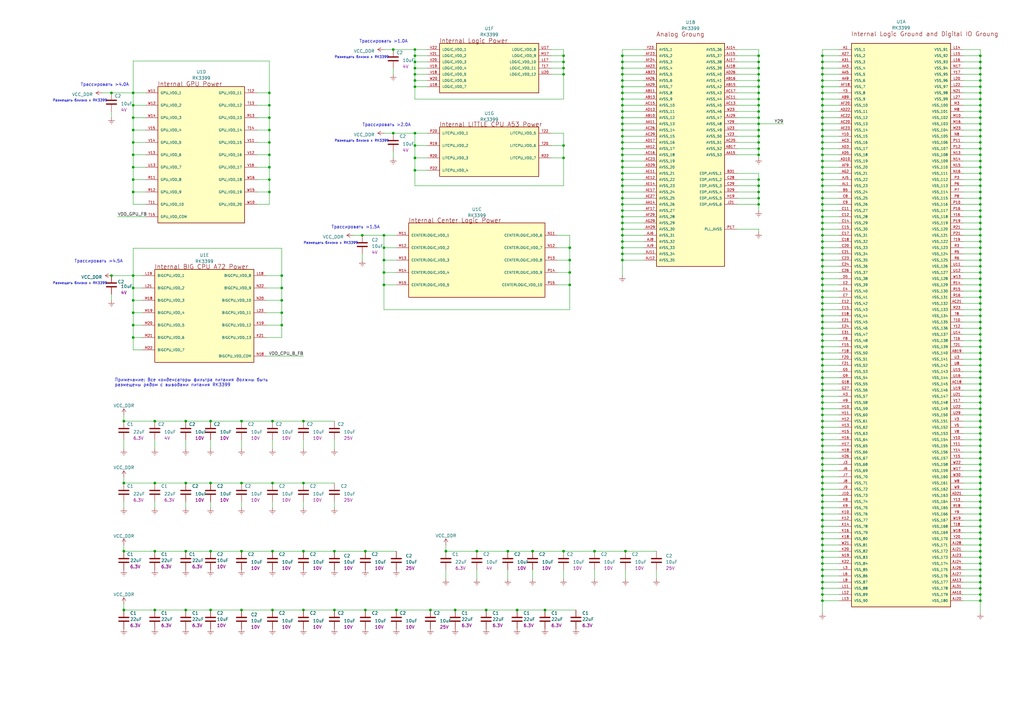
<source format=kicad_sch>
(kicad_sch (version 20220904) (generator eeschema)
  (paper "A3")
  (title_block (title "RK 3399") (comment 2 "А.Пикалов"))
  (junction (at 337.312 78.74))
  (junction (at 402.082 187.96))
  (junction (at 170.18 33.02))
  (junction (at 157.48 96.52))
  (junction (at 402.082 30.48))
  (junction (at 402.082 190.5))
  (junction (at 110.49 38.1))
  (junction (at 402.082 106.68))
  (junction (at 311.15 53.34))
  (junction (at 337.312 68.58))
  (junction (at 337.312 139.7))
  (junction (at 402.082 203.2))
  (junction (at 337.312 121.92))
  (junction (at 170.18 69.85))
  (junction (at 402.082 139.7))
  (junction (at 311.15 25.4))
  (junction (at 212.09 250.19))
  (junction (at 54.61 68.58))
  (junction (at 311.15 38.1))
  (junction (at 402.082 40.64))
  (junction (at 337.312 160.02))
  (junction (at 63.5 172.72))
  (junction (at 337.312 246.38))
  (junction (at 402.082 132.08))
  (junction (at 402.082 81.28))
  (junction (at 402.082 170.18))
  (junction (at 110.49 58.42))
  (junction (at 402.082 78.74))
  (junction (at 54.61 118.11))
  (junction (at 149.86 250.19))
  (junction (at 402.082 185.42))
  (junction (at 115.57 113.03))
  (junction (at 255.27 86.36))
  (junction (at 402.082 215.9))
  (junction (at 115.57 128.27))
  (junction (at 337.312 190.5))
  (junction (at 231.14 22.86))
  (junction (at 337.312 241.3))
  (junction (at 54.61 133.35))
  (junction (at 337.312 220.98))
  (junction (at 255.27 45.72))
  (junction (at 54.61 63.5))
  (junction (at 337.312 45.72))
  (junction (at 402.082 86.36))
  (junction (at 402.082 104.14))
  (junction (at 86.36 198.12))
  (junction (at 337.312 48.26))
  (junction (at 337.312 116.84))
  (junction (at 402.082 91.44))
  (junction (at 243.84 226.06))
  (junction (at 170.18 27.94))
  (junction (at 402.082 114.3))
  (junction (at 115.57 118.11))
  (junction (at 402.082 63.5))
  (junction (at 337.312 157.48))
  (junction (at 63.5 198.12))
  (junction (at 149.86 226.06))
  (junction (at 337.312 172.72))
  (junction (at 402.082 71.12))
  (junction (at 402.082 142.24))
  (junction (at 110.49 73.66))
  (junction (at 337.312 101.6))
  (junction (at 337.312 193.04))
  (junction (at 311.15 83.82))
  (junction (at 255.27 93.98))
  (junction (at 337.312 109.22))
  (junction (at 170.18 22.86))
  (junction (at 337.312 132.08))
  (junction (at 402.082 198.12))
  (junction (at 255.27 35.56))
  (junction (at 255.27 99.06))
  (junction (at 157.48 116.84))
  (junction (at 337.312 170.18))
  (junction (at 255.27 96.52))
  (junction (at 86.36 172.72))
  (junction (at 54.61 53.34))
  (junction (at 255.27 58.42))
  (junction (at 402.082 220.98))
  (junction (at 402.082 127))
  (junction (at 311.15 55.88))
  (junction (at 255.27 22.86))
  (junction (at 311.15 45.72))
  (junction (at 110.49 78.74))
  (junction (at 402.082 144.78))
  (junction (at 256.54 226.06))
  (junction (at 337.312 152.4))
  (junction (at 255.27 60.96))
  (junction (at 402.082 33.02))
  (junction (at 337.312 185.42))
  (junction (at 255.27 30.48))
  (junction (at 402.082 76.2))
  (junction (at 402.082 111.76))
  (junction (at 162.56 250.19))
  (junction (at 99.06 250.19))
  (junction (at 337.312 53.34))
  (junction (at 255.27 66.04))
  (junction (at 110.49 68.58))
  (junction (at 337.312 147.32))
  (junction (at 231.14 27.94))
  (junction (at 255.27 40.64))
  (junction (at 337.312 198.12))
  (junction (at 255.27 27.94))
  (junction (at 255.27 78.74))
  (junction (at 76.2 172.72))
  (junction (at 157.48 101.6))
  (junction (at 255.27 104.14))
  (junction (at 402.082 213.36))
  (junction (at 110.49 48.26))
  (junction (at 63.5 250.19))
  (junction (at 137.16 250.19))
  (junction (at 337.312 231.14))
  (junction (at 337.312 40.64))
  (junction (at 255.27 71.12))
  (junction (at 402.082 205.74))
  (junction (at 402.082 226.06))
  (junction (at 110.49 43.18))
  (junction (at 311.15 48.26))
  (junction (at 337.312 96.52))
  (junction (at 337.312 81.28))
  (junction (at 337.312 27.94))
  (junction (at 402.082 228.6))
  (junction (at 337.312 154.94))
  (junction (at 86.36 226.06))
  (junction (at 402.082 83.82))
  (junction (at 111.76 226.06))
  (junction (at 50.8 198.12))
  (junction (at 231.14 25.4))
  (junction (at 110.49 53.34))
  (junction (at 233.68 111.76))
  (junction (at 311.15 58.42))
  (junction (at 311.15 43.18))
  (junction (at 402.082 53.34))
  (junction (at 337.312 104.14))
  (junction (at 337.312 114.3))
  (junction (at 115.57 123.19))
  (junction (at 337.312 137.16))
  (junction (at 311.15 60.96))
  (junction (at 124.46 198.12))
  (junction (at 402.082 22.86))
  (junction (at 233.68 106.68))
  (junction (at 54.61 113.03))
  (junction (at 255.27 68.58))
  (junction (at 402.082 231.14))
  (junction (at 337.312 233.68))
  (junction (at 402.082 137.16))
  (junction (at 50.8 226.06))
  (junction (at 402.082 218.44))
  (junction (at 63.5 226.06))
  (junction (at 402.082 96.52))
  (junction (at 255.27 76.2))
  (junction (at 337.312 60.96))
  (junction (at 311.15 76.2))
  (junction (at 337.312 83.82))
  (junction (at 402.082 73.66))
  (junction (at 337.312 236.22))
  (junction (at 337.312 86.36))
  (junction (at 311.15 50.8))
  (junction (at 402.082 165.1))
  (junction (at 402.082 154.94))
  (junction (at 54.61 73.66))
  (junction (at 402.082 152.4))
  (junction (at 402.082 200.66))
  (junction (at 45.72 38.1))
  (junction (at 337.312 50.8))
  (junction (at 402.082 50.8))
  (junction (at 337.312 162.56))
  (junction (at 124.46 250.19))
  (junction (at 337.312 88.9))
  (junction (at 233.68 101.6))
  (junction (at 54.61 78.74))
  (junction (at 337.312 99.06))
  (junction (at 337.312 30.48))
  (junction (at 402.082 58.42))
  (junction (at 337.312 43.18))
  (junction (at 170.18 25.4))
  (junction (at 161.29 54.61))
  (junction (at 99.06 172.72))
  (junction (at 402.082 99.06))
  (junction (at 255.27 63.5))
  (junction (at 50.8 172.72))
  (junction (at 157.48 106.68))
  (junction (at 337.312 127))
  (junction (at 402.082 93.98))
  (junction (at 54.61 38.1))
  (junction (at 161.29 20.32))
  (junction (at 54.61 123.19))
  (junction (at 337.312 106.68))
  (junction (at 233.68 116.84))
  (junction (at 337.312 228.6))
  (junction (at 402.082 66.04))
  (junction (at 402.082 68.58))
  (junction (at 337.312 119.38))
  (junction (at 337.312 111.76))
  (junction (at 170.18 20.32))
  (junction (at 337.312 144.78))
  (junction (at 402.082 195.58))
  (junction (at 402.082 43.18))
  (junction (at 124.46 226.06))
  (junction (at 337.312 218.44))
  (junction (at 337.312 134.62))
  (junction (at 337.312 208.28))
  (junction (at 255.27 106.68))
  (junction (at 170.18 59.69))
  (junction (at 86.36 250.19))
  (junction (at 311.15 78.74))
  (junction (at 337.312 187.96))
  (junction (at 218.44 226.06))
  (junction (at 255.27 101.6))
  (junction (at 337.312 215.9))
  (junction (at 124.46 172.72))
  (junction (at 337.312 73.66))
  (junction (at 337.312 175.26))
  (junction (at 337.312 195.58))
  (junction (at 402.082 180.34))
  (junction (at 186.69 250.19))
  (junction (at 337.312 149.86))
  (junction (at 115.57 133.35))
  (junction (at 337.312 71.12))
  (junction (at 337.312 180.34))
  (junction (at 199.39 250.19))
  (junction (at 402.082 121.92))
  (junction (at 402.082 172.72))
  (junction (at 337.312 58.42))
  (junction (at 311.15 22.86))
  (junction (at 402.082 160.02))
  (junction (at 170.18 54.61))
  (junction (at 337.312 205.74))
  (junction (at 337.312 213.36))
  (junction (at 402.082 116.84))
  (junction (at 255.27 48.26))
  (junction (at 76.2 250.19))
  (junction (at 402.082 88.9))
  (junction (at 337.312 63.5))
  (junction (at 311.15 35.56))
  (junction (at 255.27 25.4))
  (junction (at 148.59 96.52))
  (junction (at 337.312 22.86))
  (junction (at 337.312 33.02))
  (junction (at 402.082 134.62))
  (junction (at 76.2 226.06))
  (junction (at 231.14 30.48))
  (junction (at 255.27 38.1))
  (junction (at 255.27 73.66))
  (junction (at 337.312 25.4))
  (junction (at 402.082 193.04))
  (junction (at 54.61 58.42))
  (junction (at 402.082 177.8))
  (junction (at 337.312 223.52))
  (junction (at 176.53 250.19))
  (junction (at 402.082 223.52))
  (junction (at 231.14 64.77))
  (junction (at 402.082 238.76))
  (junction (at 231.14 226.06))
  (junction (at 110.49 63.5))
  (junction (at 99.06 226.06))
  (junction (at 54.61 128.27))
  (junction (at 311.15 73.66))
  (junction (at 337.312 142.24))
  (junction (at 76.2 198.12))
  (junction (at 402.082 109.22))
  (junction (at 402.082 167.64))
  (junction (at 402.082 157.48))
  (junction (at 337.312 200.66))
  (junction (at 402.082 27.94))
  (junction (at 255.27 50.8))
  (junction (at 402.082 45.72))
  (junction (at 54.61 48.26))
  (junction (at 402.082 129.54))
  (junction (at 337.312 129.54))
  (junction (at 402.082 147.32))
  (junction (at 402.082 149.86))
  (junction (at 402.082 241.3))
  (junction (at 137.16 226.06))
  (junction (at 337.312 124.46))
  (junction (at 311.15 40.64))
  (junction (at 337.312 177.8))
  (junction (at 182.88 226.06))
  (junction (at 337.312 66.04))
  (junction (at 311.15 81.28))
  (junction (at 54.61 138.43))
  (junction (at 337.312 226.06))
  (junction (at 311.15 63.5))
  (junction (at 402.082 236.22))
  (junction (at 402.082 35.56))
  (junction (at 402.082 175.26))
  (junction (at 402.082 233.68))
  (junction (at 170.18 30.48))
  (junction (at 170.18 64.77))
  (junction (at 402.082 119.38))
  (junction (at 402.082 25.4))
  (junction (at 50.8 250.19))
  (junction (at 255.27 88.9))
  (junction (at 402.082 48.26))
  (junction (at 111.76 198.12))
  (junction (at 157.48 111.76))
  (junction (at 255.27 81.28))
  (junction (at 402.082 162.56))
  (junction (at 337.312 55.88))
  (junction (at 402.082 55.88))
  (junction (at 337.312 210.82))
  (junction (at 255.27 55.88))
  (junction (at 231.14 59.69))
  (junction (at 337.312 38.1))
  (junction (at 337.312 182.88))
  (junction (at 337.312 243.84))
  (junction (at 45.72 113.03))
  (junction (at 311.15 30.48))
  (junction (at 402.082 210.82))
  (junction (at 311.15 27.94))
  (junction (at 337.312 93.98))
  (junction (at 195.58 226.06))
  (junction (at 402.082 208.28))
  (junction (at 402.082 246.38))
  (junction (at 111.76 250.19))
  (junction (at 337.312 167.64))
  (junction (at 402.082 124.46))
  (junction (at 402.082 182.88))
  (junction (at 402.082 101.6))
  (junction (at 111.76 172.72))
  (junction (at 99.06 198.12))
  (junction (at 255.27 33.02))
  (junction (at 337.312 203.2))
  (junction (at 208.28 226.06))
  (junction (at 255.27 83.82))
  (junction (at 170.18 35.56))
  (junction (at 311.15 33.02))
  (junction (at 402.082 60.96))
  (junction (at 54.61 43.18))
  (junction (at 255.27 43.18))
  (junction (at 337.312 91.44))
  (junction (at 255.27 53.34))
  (junction (at 402.082 38.1))
  (junction (at 255.27 91.44))
  (junction (at 337.312 238.76))
  (junction (at 337.312 165.1))
  (junction (at 402.082 243.84))
  (junction (at 337.312 76.2))
  (junction (at 337.312 35.56))
  (junction (at 223.52 250.19))
  (wire (pts (xy 255.27 55.88) (xy 255.27 58.42)))
  (wire (pts (xy 344.17 66.04) (xy 337.312 66.04)))
  (wire (pts (xy 170.18 54.61) (xy 170.18 59.69)))
  (wire (pts (xy 402.082 215.9) (xy 402.082 218.44)))
  (wire (pts (xy 394.97 220.98) (xy 402.082 220.98)))
  (wire (pts (xy 344.17 172.72) (xy 337.312 172.72)))
  (wire (pts (xy 233.68 111.76) (xy 233.68 116.84)))
  (wire (pts (xy 182.88 226.06) (xy 195.58 226.06)))
  (wire (pts (xy 344.17 231.14) (xy 337.312 231.14)))
  (wire (pts (xy 337.312 76.2) (xy 337.312 78.74)))
  (wire (pts (xy 394.97 243.84) (xy 402.082 243.84)))
  (wire (pts (xy 311.15 50.8) (xy 311.15 53.34)))
  (wire (pts (xy 170.18 27.94) (xy 175.26 27.94)))
  (wire (pts (xy 255.27 101.6) (xy 255.27 104.14)))
  (wire (pts (xy 233.68 96.52) (xy 233.68 101.6)))
  (wire (pts (xy 170.18 35.56) (xy 175.26 35.56)))
  (wire (pts (xy 394.97 30.48) (xy 402.082 30.48)))
  (wire (pts (xy 264.16 66.04) (xy 255.27 66.04)))
  (wire (pts (xy 394.97 71.12) (xy 402.082 71.12)))
  (wire (pts (xy 311.15 83.82) (xy 311.15 81.28)))
  (wire (pts (xy 394.97 48.26) (xy 402.082 48.26)))
  (wire (pts (xy 76.2 184.15) (xy 76.2 180.34)))
  (wire (pts (xy 402.082 236.22) (xy 402.082 238.76)))
  (wire (pts (xy 110.49 68.58) (xy 110.49 73.66)))
  (wire (pts (xy 394.97 99.06) (xy 402.082 99.06)))
  (wire (pts (xy 344.17 187.96) (xy 337.312 187.96)))
  (wire (pts (xy 54.61 73.66) (xy 54.61 78.74)))
  (wire (pts (xy 195.58 237.49) (xy 195.58 233.68)))
  (wire (pts (xy 226.06 27.94) (xy 231.14 27.94)))
  (wire (pts (xy 223.52 250.19) (xy 236.22 250.19)))
  (wire (pts (xy 394.97 111.76) (xy 402.082 111.76)))
  (wire (pts (xy 110.49 43.18) (xy 110.49 48.26)))
  (wire (pts (xy 394.97 127) (xy 402.082 127)))
  (wire (pts (xy 255.27 86.36) (xy 255.27 88.9)))
  (wire (pts (xy 54.61 63.5) (xy 54.61 68.58)))
  (wire (pts (xy 54.61 25.0242) (xy 54.61 38.1)))
  (wire (pts (xy 344.17 144.78) (xy 337.312 144.78)))
  (wire (pts (xy 157.48 101.6) (xy 162.56 101.6)))
  (wire (pts (xy 76.2 226.06) (xy 86.36 226.06)))
  (wire (pts (xy 337.312 170.18) (xy 337.312 172.72)))
  (wire (pts (xy 255.27 91.44) (xy 255.27 93.98)))
  (wire (pts (xy 402.082 22.86) (xy 402.082 25.4)))
  (wire (pts (xy 394.97 241.3) (xy 402.082 241.3)))
  (wire (pts (xy 337.312 157.48) (xy 337.312 160.02)))
  (wire (pts (xy 337.312 111.76) (xy 337.312 114.3)))
  (wire (pts (xy 170.18 33.02) (xy 175.26 33.02)))
  (wire (pts (xy 394.97 104.14) (xy 402.082 104.14)))
  (wire (pts (xy 311.15 71.12) (xy 311.15 73.66)))
  (wire (pts (xy 311.15 35.56) (xy 302.26 35.56)))
  (wire (pts (xy 402.082 40.64) (xy 402.082 43.18)))
  (wire (pts (xy 402.082 165.1) (xy 402.082 167.64)))
  (wire (pts (xy 311.15 48.26) (xy 311.15 50.8)))
  (wire (pts (xy 149.86 226.06) (xy 162.56 226.06)))
  (wire (pts (xy 344.17 99.06) (xy 337.312 99.06)))
  (wire (pts (xy 264.16 43.18) (xy 255.27 43.18)))
  (wire (pts (xy 302.26 43.18) (xy 311.15 43.18)))
  (wire (pts (xy 170.18 76.2) (xy 231.14 76.2)))
  (wire (pts (xy 264.16 99.06) (xy 255.27 99.06)))
  (wire (pts (xy 264.16 63.5) (xy 255.27 63.5)))
  (wire (pts (xy 110.49 25.0242) (xy 54.61 25.0242)))
  (wire (pts (xy 337.312 93.98) (xy 337.312 96.52)))
  (wire (pts (xy 337.312 104.14) (xy 337.312 106.68)))
  (wire (pts (xy 99.06 184.15) (xy 99.06 180.34)))
  (wire (pts (xy 394.97 205.74) (xy 402.082 205.74)))
  (wire (pts (xy 394.97 58.42) (xy 402.082 58.42)))
  (wire (pts (xy 255.27 27.94) (xy 255.27 30.48)))
  (wire (pts (xy 394.97 238.76) (xy 402.082 238.76)))
  (wire (pts (xy 59.69 63.5) (xy 54.61 63.5)))
  (wire (pts (xy 344.17 76.2) (xy 337.312 76.2)))
  (wire (pts (xy 233.68 116.84) (xy 233.68 127)))
  (wire (pts (xy 255.27 48.26) (xy 255.27 50.8)))
  (wire (pts (xy 394.97 33.02) (xy 402.082 33.02)))
  (wire (pts (xy 54.61 123.19) (xy 58.42 123.19)))
  (wire (pts (xy 212.09 250.19) (xy 223.52 250.19)))
  (wire (pts (xy 337.312 172.72) (xy 337.312 175.26)))
  (wire (pts (xy 394.97 198.12) (xy 402.082 198.12)))
  (wire (pts (xy 231.14 64.77) (xy 231.14 59.69)))
  (wire (pts (xy 137.16 208.28) (xy 137.16 205.74)))
  (wire (pts (xy 402.082 83.82) (xy 402.082 86.36)))
  (wire (pts (xy 344.17 83.82) (xy 337.312 83.82)))
  (wire (pts (xy 54.61 58.42) (xy 59.69 58.42)))
  (wire (pts (xy 337.312 20.32) (xy 337.312 22.86)))
  (wire (pts (xy 337.312 208.28) (xy 337.312 210.82)))
  (wire (pts (xy 311.15 58.42) (xy 311.15 60.96)))
  (wire (pts (xy 394.97 228.6) (xy 402.082 228.6)))
  (wire (pts (xy 402.082 210.82) (xy 402.082 213.36)))
  (wire (pts (xy 50.8 247.65) (xy 50.8 250.19)))
  (wire (pts (xy 58.42 133.35) (xy 54.61 133.35)))
  (wire (pts (xy 394.97 55.88) (xy 402.082 55.88)))
  (wire (pts (xy 344.17 45.72) (xy 337.312 45.72)))
  (wire (pts (xy 233.68 106.68) (xy 233.68 111.76)))
  (wire (pts (xy 255.27 58.42) (xy 255.27 60.96)))
  (wire (pts (xy 311.15 22.86) (xy 302.26 22.86)))
  (wire (pts (xy 402.082 60.96) (xy 402.082 63.5)))
  (wire (pts (xy 170.18 22.86) (xy 175.26 22.86)))
  (wire (pts (xy 182.88 223.52) (xy 182.88 226.06)))
  (wire (pts (xy 233.68 101.6) (xy 233.68 106.68)))
  (wire (pts (xy 402.082 114.3) (xy 402.082 116.84)))
  (wire (pts (xy 337.312 193.04) (xy 337.312 195.58)))
  (wire (pts (xy 264.16 101.6) (xy 255.27 101.6)))
  (wire (pts (xy 344.17 175.26) (xy 337.312 175.26)))
  (wire (pts (xy 344.17 91.44) (xy 337.312 91.44)))
  (wire (pts (xy 337.312 175.26) (xy 337.312 177.8)))
  (wire (pts (xy 337.312 45.72) (xy 337.312 48.26)))
  (wire (pts (xy 255.27 40.64) (xy 255.27 43.18)))
  (wire (pts (xy 402.082 35.56) (xy 402.082 38.1)))
  (wire (pts (xy 255.27 104.14) (xy 255.27 106.68)))
  (wire (pts (xy 402.082 121.92) (xy 402.082 124.46)))
  (wire (pts (xy 394.97 81.28) (xy 402.082 81.28)))
  (wire (pts (xy 394.97 193.04) (xy 402.082 193.04)))
  (wire (pts (xy 228.6 96.52) (xy 233.68 96.52)))
  (wire (pts (xy 311.15 27.94) (xy 311.15 30.48)))
  (wire (pts (xy 394.97 185.42) (xy 402.082 185.42)))
  (wire (pts (xy 402.082 220.98) (xy 402.082 223.52)))
  (wire (pts (xy 54.61 38.1) (xy 54.61 43.18)))
  (wire (pts (xy 344.17 139.7) (xy 337.312 139.7)))
  (wire (pts (xy 105.41 63.5) (xy 110.49 63.5)))
  (wire (pts (xy 161.29 30.48) (xy 161.29 27.94)))
  (wire (pts (xy 337.312 25.4) (xy 337.312 27.94)))
  (wire (pts (xy 337.312 68.58) (xy 337.312 71.12)))
  (wire (pts (xy 63.5 250.19) (xy 76.2 250.19)))
  (wire (pts (xy 337.312 210.82) (xy 337.312 213.36)))
  (wire (pts (xy 86.36 250.19) (xy 99.06 250.19)))
  (wire (pts (xy 337.312 228.6) (xy 337.312 231.14)))
  (wire (pts (xy 337.312 43.18) (xy 337.312 45.72)))
  (wire (pts (xy 394.97 20.32) (xy 402.082 20.32)))
  (wire (pts (xy 344.17 190.5) (xy 337.312 190.5)))
  (wire (pts (xy 311.15 78.74) (xy 311.15 76.2)))
  (wire (pts (xy 344.17 129.54) (xy 337.312 129.54)))
  (wire (pts (xy 45.72 113.03) (xy 54.61 113.03)))
  (wire (pts (xy 394.97 231.14) (xy 402.082 231.14)))
  (wire (pts (xy 218.44 237.49) (xy 218.44 233.68)))
  (wire (pts (xy 344.17 58.42) (xy 337.312 58.42)))
  (wire (pts (xy 105.41 43.18) (xy 110.49 43.18)))
  (wire (pts (xy 144.78 96.52) (xy 148.59 96.52)))
  (wire (pts (xy 58.42 138.43) (xy 54.61 138.43)))
  (wire (pts (xy 394.97 22.86) (xy 402.082 22.86)))
  (wire (pts (xy 110.49 48.26) (xy 105.41 48.26)))
  (wire (pts (xy 302.26 50.8) (xy 311.15 50.8)))
  (wire (pts (xy 50.8 250.19) (xy 63.5 250.19)))
  (wire (pts (xy 50.8 198.12) (xy 63.5 198.12)))
  (wire (pts (xy 231.14 20.32) (xy 231.14 22.86)))
  (wire (pts (xy 402.082 119.38) (xy 402.082 121.92)))
  (wire (pts (xy 231.14 27.94) (xy 231.14 30.48)))
  (wire (pts (xy 344.17 134.62) (xy 337.312 134.62)))
  (wire (pts (xy 394.97 45.72) (xy 402.082 45.72)))
  (wire (pts (xy 402.082 149.86) (xy 402.082 152.4)))
  (wire (pts (xy 337.312 213.36) (xy 337.312 215.9)))
  (wire (pts (xy 255.27 73.66) (xy 264.16 73.66)))
  (wire (pts (xy 337.312 101.6) (xy 337.312 104.14)))
  (wire (pts (xy 337.312 241.3) (xy 337.312 243.84)))
  (wire (pts (xy 186.69 250.19) (xy 199.39 250.19)))
  (wire (pts (xy 110.49 78.74) (xy 105.41 78.74)))
  (wire (pts (xy 337.312 177.8) (xy 337.312 180.34)))
  (wire (pts (xy 233.68 116.84) (xy 228.6 116.84)))
  (wire (pts (xy 170.18 64.77) (xy 170.18 69.85)))
  (wire (pts (xy 402.082 162.56) (xy 402.082 165.1)))
  (wire (pts (xy 344.17 88.9) (xy 337.312 88.9)))
  (wire (pts (xy 394.97 93.98) (xy 402.082 93.98)))
  (wire (pts (xy 402.082 144.78) (xy 402.082 147.32)))
  (wire (pts (xy 59.69 53.34) (xy 54.61 53.34)))
  (wire (pts (xy 255.27 113.03) (xy 255.27 106.68)))
  (wire (pts (xy 337.312 233.68) (xy 337.312 236.22)))
  (wire (pts (xy 170.18 22.86) (xy 170.18 25.4)))
  (wire (pts (xy 337.312 144.78) (xy 337.312 147.32)))
  (wire (pts (xy 344.17 20.32) (xy 337.312 20.32)))
  (wire (pts (xy 344.17 228.6) (xy 337.312 228.6)))
  (wire (pts (xy 344.17 109.22) (xy 337.312 109.22)))
  (wire (pts (xy 402.082 231.14) (xy 402.082 233.68)))
  (wire (pts (xy 394.97 76.2) (xy 402.082 76.2)))
  (wire (pts (xy 402.082 106.68) (xy 402.082 109.22)))
  (wire (pts (xy 402.082 228.6) (xy 402.082 231.14)))
  (wire (pts (xy 394.97 106.68) (xy 402.082 106.68)))
  (wire (pts (xy 170.18 64.77) (xy 175.26 64.77)))
  (wire (pts (xy 337.312 190.5) (xy 337.312 193.04)))
  (wire (pts (xy 54.61 48.26) (xy 59.69 48.26)))
  (wire (pts (xy 344.17 60.96) (xy 337.312 60.96)))
  (wire (pts (xy 337.312 22.86) (xy 337.312 25.4)))
  (wire (pts (xy 344.17 180.34) (xy 337.312 180.34)))
  (wire (pts (xy 337.312 40.64) (xy 337.312 43.18)))
  (wire (pts (xy 394.97 83.82) (xy 402.082 83.82)))
  (wire (pts (xy 255.27 35.56) (xy 264.16 35.56)))
  (wire (pts (xy 54.61 43.18) (xy 54.61 48.26)))
  (wire (pts (xy 344.17 220.98) (xy 337.312 220.98)))
  (wire (pts (xy 402.082 172.72) (xy 402.082 175.26)))
  (wire (pts (xy 337.312 30.48) (xy 337.312 33.02)))
  (wire (pts (xy 344.17 43.18) (xy 337.312 43.18)))
  (wire (pts (xy 255.27 25.4) (xy 255.27 27.94)))
  (wire (pts (xy 157.48 106.68) (xy 157.48 111.76)))
  (wire (pts (xy 50.8 170.18) (xy 50.8 172.72)))
  (wire (pts (xy 255.27 78.74) (xy 255.27 81.28)))
  (wire (pts (xy 231.14 25.4) (xy 231.14 27.94)))
  (wire (pts (xy 402.082 246.38) (xy 402.082 251.46)))
  (wire (pts (xy 402.082 241.3) (xy 402.082 243.84)))
  (wire (pts (xy 344.17 53.34) (xy 337.312 53.34)))
  (wire (pts (xy 394.97 208.28) (xy 402.082 208.28)))
  (wire (pts (xy 256.54 226.06) (xy 269.24 226.06)))
  (wire (pts (xy 255.27 68.58) (xy 255.27 71.12)))
  (wire (pts (xy 302.26 71.12) (xy 311.15 71.12)))
  (wire (pts (xy 264.16 45.72) (xy 255.27 45.72)))
  (wire (pts (xy 255.27 71.12) (xy 264.16 71.12)))
  (wire (pts (xy 231.14 64.77) (xy 226.06 64.77)))
  (wire (pts (xy 337.312 195.58) (xy 337.312 198.12)))
  (wire (pts (xy 402.082 243.84) (xy 402.082 246.38)))
  (wire (pts (xy 337.312 48.26) (xy 337.312 50.8)))
  (wire (pts (xy 255.27 81.28) (xy 255.27 83.82)))
  (wire (pts (xy 394.97 144.78) (xy 402.082 144.78)))
  (wire (pts (xy 402.082 55.88) (xy 402.082 58.42)))
  (wire (pts (xy 54.61 128.27) (xy 58.42 128.27)))
  (wire (pts (xy 337.312 86.36) (xy 337.312 88.9)))
  (wire (pts (xy 124.46 172.72) (xy 137.16 172.72)))
  (wire (pts (xy 337.312 109.22) (xy 337.312 111.76)))
  (wire (pts (xy 110.49 58.42) (xy 110.49 63.5)))
  (wire (pts (xy 394.97 137.16) (xy 402.082 137.16)))
  (wire (pts (xy 99.06 198.12) (xy 111.76 198.12)))
  (wire (pts (xy 344.17 238.76) (xy 337.312 238.76)))
  (wire (pts (xy 311.15 86.36) (xy 311.15 83.82)))
  (wire (pts (xy 337.312 203.2) (xy 337.312 205.74)))
  (wire (pts (xy 170.18 40.64) (xy 231.14 40.64)))
  (wire (pts (xy 311.15 30.48) (xy 302.26 30.48)))
  (wire (pts (xy 124.46 208.28) (xy 124.46 205.74)))
  (wire (pts (xy 337.312 53.34) (xy 337.312 55.88)))
  (wire (pts (xy 115.57 123.19) (xy 115.57 128.27)))
  (wire (pts (xy 394.97 187.96) (xy 402.082 187.96)))
  (wire (pts (xy 337.312 180.34) (xy 337.312 182.88)))
  (wire (pts (xy 394.97 134.62) (xy 402.082 134.62)))
  (wire (pts (xy 175.26 20.32) (xy 170.18 20.32)))
  (wire (pts (xy 337.312 132.08) (xy 337.312 134.62)))
  (wire (pts (xy 337.312 236.22) (xy 337.312 238.76)))
  (wire (pts (xy 394.97 78.74) (xy 402.082 78.74)))
  (wire (pts (xy 124.46 184.15) (xy 124.46 180.34)))
  (wire (pts (xy 337.312 142.24) (xy 337.312 144.78)))
  (wire (pts (xy 54.61 53.34) (xy 54.61 58.42)))
  (wire (pts (xy 337.312 124.46) (xy 337.312 127)))
  (wire (pts (xy 255.27 43.18) (xy 255.27 45.72)))
  (wire (pts (xy 170.18 35.56) (xy 170.18 33.02)))
  (wire (pts (xy 311.15 50.8) (xy 321.31 50.8)))
  (wire (pts (xy 402.082 68.58) (xy 402.082 71.12)))
  (wire (pts (xy 337.312 99.06) (xy 337.312 101.6)))
  (wire (pts (xy 402.082 30.48) (xy 402.082 33.02)))
  (wire (pts (xy 109.22 138.43) (xy 115.57 138.43)))
  (wire (pts (xy 337.312 185.42) (xy 337.312 187.96)))
  (wire (pts (xy 58.42 143.51) (xy 54.61 143.51)))
  (wire (pts (xy 59.69 73.66) (xy 54.61 73.66)))
  (wire (pts (xy 264.16 88.9) (xy 255.27 88.9)))
  (wire (pts (xy 402.082 147.32) (xy 402.082 149.86)))
  (wire (pts (xy 175.26 54.61) (xy 170.18 54.61)))
  (wire (pts (xy 311.15 35.56) (xy 311.15 38.1)))
  (wire (pts (xy 402.082 93.98) (xy 402.082 96.52)))
  (wire (pts (xy 344.17 170.18) (xy 337.312 170.18)))
  (wire (pts (xy 76.2 208.28) (xy 76.2 205.74)))
  (wire (pts (xy 182.88 237.49) (xy 182.88 233.68)))
  (wire (pts (xy 255.27 93.98) (xy 255.27 96.52)))
  (wire (pts (xy 394.97 101.6) (xy 402.082 101.6)))
  (wire (pts (xy 344.17 142.24) (xy 337.312 142.24)))
  (wire (pts (xy 115.57 118.11) (xy 115.57 123.19)))
  (wire (pts (xy 337.312 167.64) (xy 337.312 170.18)))
  (wire (pts (xy 50.8 172.72) (xy 63.5 172.72)))
  (wire (pts (xy 99.06 208.28) (xy 99.06 205.74)))
  (wire (pts (xy 344.17 215.9) (xy 337.312 215.9)))
  (wire (pts (xy 394.97 116.84) (xy 402.082 116.84)))
  (wire (pts (xy 394.97 35.56) (xy 402.082 35.56)))
  (wire (pts (xy 226.06 54.61) (xy 231.14 54.61)))
  (wire (pts (xy 394.97 215.9) (xy 402.082 215.9)))
  (wire (pts (xy 264.16 86.36) (xy 255.27 86.36)))
  (wire (pts (xy 255.27 76.2) (xy 264.16 76.2)))
  (wire (pts (xy 269.24 237.49) (xy 269.24 233.68)))
  (wire (pts (xy 302.26 83.82) (xy 311.15 83.82)))
  (wire (pts (xy 337.312 119.38) (xy 337.312 121.92)))
  (wire (pts (xy 402.082 25.4) (xy 402.082 27.94)))
  (wire (pts (xy 402.082 27.94) (xy 402.082 30.48)))
  (wire (pts (xy 402.082 160.02) (xy 402.082 162.56)))
  (wire (pts (xy 124.46 198.12) (xy 137.16 198.12)))
  (wire (pts (xy 344.17 193.04) (xy 337.312 193.04)))
  (wire (pts (xy 344.17 195.58) (xy 337.312 195.58)))
  (wire (pts (xy 311.15 25.4) (xy 302.26 25.4)))
  (wire (pts (xy 302.26 58.42) (xy 311.15 58.42)))
  (wire (pts (xy 394.97 226.06) (xy 402.082 226.06)))
  (wire (pts (xy 337.312 33.02) (xy 337.312 35.56)))
  (wire (pts (xy 394.97 121.92) (xy 402.082 121.92)))
  (wire (pts (xy 337.312 198.12) (xy 337.312 200.66)))
  (wire (pts (xy 344.17 177.8) (xy 337.312 177.8)))
  (wire (pts (xy 402.082 137.16) (xy 402.082 139.7)))
  (wire (pts (xy 337.312 200.66) (xy 337.312 203.2)))
  (wire (pts (xy 264.16 33.02) (xy 255.27 33.02)))
  (wire (pts (xy 344.17 203.2) (xy 337.312 203.2)))
  (wire (pts (xy 337.312 134.62) (xy 337.312 137.16)))
  (wire (pts (xy 105.41 38.1) (xy 110.49 38.1)))
  (wire (pts (xy 402.082 88.9) (xy 402.082 91.44)))
  (wire (pts (xy 170.18 35.56) (xy 170.18 40.64)))
  (wire (pts (xy 63.5 184.15) (xy 63.5 180.34)))
  (wire (pts (xy 402.082 233.68) (xy 402.082 236.22)))
  (wire (pts (xy 45.72 123.19) (xy 45.72 120.65)))
  (wire (pts (xy 344.17 149.86) (xy 337.312 149.86)))
  (wire (pts (xy 231.14 76.2) (xy 231.14 64.77)))
  (wire (pts (xy 402.082 152.4) (xy 402.082 154.94)))
  (wire (pts (xy 302.26 63.5) (xy 311.15 63.5)))
  (wire (pts (xy 302.26 45.72) (xy 311.15 45.72)))
  (wire (pts (xy 337.312 162.56) (xy 337.312 165.1)))
  (wire (pts (xy 170.18 25.4) (xy 170.18 27.94)))
  (wire (pts (xy 344.17 218.44) (xy 337.312 218.44)))
  (wire (pts (xy 344.17 71.12) (xy 337.312 71.12)))
  (wire (pts (xy 337.312 50.8) (xy 337.312 53.34)))
  (wire (pts (xy 337.312 91.44) (xy 337.312 93.98)))
  (wire (pts (xy 402.082 43.18) (xy 402.082 45.72)))
  (wire (pts (xy 86.36 226.06) (xy 99.06 226.06)))
  (wire (pts (xy 302.26 40.64) (xy 311.15 40.64)))
  (wire (pts (xy 233.68 106.68) (xy 228.6 106.68)))
  (wire (pts (xy 394.97 88.9) (xy 402.082 88.9)))
  (wire (pts (xy 344.17 73.66) (xy 337.312 73.66)))
  (wire (pts (xy 137.16 184.15) (xy 137.16 180.34)))
  (wire (pts (xy 170.18 59.69) (xy 175.26 59.69)))
  (wire (pts (xy 161.29 54.61) (xy 170.18 54.61)))
  (wire (pts (xy 255.27 83.82) (xy 255.27 86.36)))
  (wire (pts (xy 402.082 167.64) (xy 402.082 170.18)))
  (wire (pts (xy 402.082 134.62) (xy 402.082 137.16)))
  (wire (pts (xy 264.16 58.42) (xy 255.27 58.42)))
  (wire (pts (xy 402.082 45.72) (xy 402.082 48.26)))
  (wire (pts (xy 402.082 99.06) (xy 402.082 101.6)))
  (wire (pts (xy 110.49 53.34) (xy 110.49 58.42)))
  (wire (pts (xy 394.97 38.1) (xy 402.082 38.1)))
  (wire (pts (xy 402.082 238.76) (xy 402.082 241.3)))
  (wire (pts (xy 337.312 223.52) (xy 337.312 226.06)))
  (wire (pts (xy 394.97 195.58) (xy 402.082 195.58)))
  (wire (pts (xy 255.27 76.2) (xy 255.27 78.74)))
  (wire (pts (xy 344.17 119.38) (xy 337.312 119.38)))
  (wire (pts (xy 111.76 226.06) (xy 124.46 226.06)))
  (wire (pts (xy 115.57 128.27) (xy 115.57 133.35)))
  (wire (pts (xy 394.97 154.94) (xy 402.082 154.94)))
  (wire (pts (xy 344.17 162.56) (xy 337.312 162.56)))
  (wire (pts (xy 48.26 88.9) (xy 59.69 88.9)))
  (wire (pts (xy 402.082 38.1) (xy 402.082 40.64)))
  (wire (pts (xy 344.17 147.32) (xy 337.312 147.32)))
  (wire (pts (xy 311.15 64.77) (xy 311.15 63.5)))
  (wire (pts (xy 148.59 106.68) (xy 148.59 104.14)))
  (wire (pts (xy 394.97 73.66) (xy 402.082 73.66)))
  (wire (pts (xy 344.17 157.48) (xy 337.312 157.48)))
  (wire (pts (xy 337.312 137.16) (xy 337.312 139.7)))
  (wire (pts (xy 302.26 60.96) (xy 311.15 60.96)))
  (wire (pts (xy 110.49 63.5) (xy 110.49 68.58)))
  (wire (pts (xy 86.36 198.12) (xy 99.06 198.12)))
  (wire (pts (xy 344.17 55.88) (xy 337.312 55.88)))
  (wire (pts (xy 394.97 172.72) (xy 402.082 172.72)))
  (wire (pts (xy 50.8 195.58) (xy 50.8 198.12)))
  (wire (pts (xy 344.17 226.06) (xy 337.312 226.06)))
  (wire (pts (xy 394.97 132.08) (xy 402.082 132.08)))
  (wire (pts (xy 76.2 198.12) (xy 86.36 198.12)))
  (wire (pts (xy 394.97 40.64) (xy 402.082 40.64)))
  (wire (pts (xy 115.57 113.03) (xy 115.57 118.11)))
  (wire (pts (xy 264.16 78.74) (xy 255.27 78.74)))
  (wire (pts (xy 195.58 226.06) (xy 208.28 226.06)))
  (wire (pts (xy 115.57 133.35) (xy 115.57 138.43)))
  (wire (pts (xy 41.91 38.1) (xy 45.72 38.1)))
  (wire (pts (xy 54.61 113.03) (xy 54.61 118.11)))
  (wire (pts (xy 394.97 190.5) (xy 402.082 190.5)))
  (wire (pts (xy 311.15 76.2) (xy 311.15 73.66)))
  (wire (pts (xy 255.27 88.9) (xy 255.27 91.44)))
  (wire (pts (xy 402.082 226.06) (xy 402.082 228.6)))
  (wire (pts (xy 311.15 33.02) (xy 311.15 30.48)))
  (wire (pts (xy 162.56 116.84) (xy 157.48 116.84)))
  (wire (pts (xy 99.06 172.72) (xy 111.76 172.72)))
  (wire (pts (xy 59.69 83.82) (xy 54.61 83.82)))
  (wire (pts (xy 255.27 60.96) (xy 255.27 63.5)))
  (wire (pts (xy 344.17 200.66) (xy 337.312 200.66)))
  (wire (pts (xy 402.082 223.52) (xy 402.082 226.06)))
  (wire (pts (xy 231.14 59.69) (xy 226.06 59.69)))
  (wire (pts (xy 255.27 73.66) (xy 255.27 76.2)))
  (wire (pts (xy 402.082 190.5) (xy 402.082 193.04)))
  (wire (pts (xy 231.14 40.64) (xy 231.14 30.48)))
  (wire (pts (xy 231.14 237.49) (xy 231.14 233.68)))
  (wire (pts (xy 344.17 132.08) (xy 337.312 132.08)))
  (wire (pts (xy 233.68 127) (xy 157.48 127)))
  (wire (pts (xy 344.17 30.48) (xy 337.312 30.48)))
  (wire (pts (xy 394.97 157.48) (xy 402.082 157.48)))
  (wire (pts (xy 109.22 128.27) (xy 115.57 128.27)))
  (wire (pts (xy 302.26 78.74) (xy 311.15 78.74)))
  (wire (pts (xy 255.27 63.5) (xy 255.27 66.04)))
  (wire (pts (xy 337.312 35.56) (xy 337.312 38.1)))
  (wire (pts (xy 344.17 241.3) (xy 337.312 241.3)))
  (wire (pts (xy 255.27 22.86) (xy 264.16 22.86)))
  (wire (pts (xy 402.082 76.2) (xy 402.082 78.74)))
  (wire (pts (xy 344.17 210.82) (xy 337.312 210.82)))
  (wire (pts (xy 344.17 160.02) (xy 337.312 160.02)))
  (wire (pts (xy 302.26 55.88) (xy 311.15 55.88)))
  (wire (pts (xy 311.15 93.98) (xy 311.15 95.25)))
  (wire (pts (xy 264.16 38.1) (xy 255.27 38.1)))
  (wire (pts (xy 394.97 162.56) (xy 402.082 162.56)))
  (wire (pts (xy 226.06 20.32) (xy 231.14 20.32)))
  (wire (pts (xy 59.69 43.18) (xy 54.61 43.18)))
  (wire (pts (xy 344.17 86.36) (xy 337.312 86.36)))
  (wire (pts (xy 63.5 226.06) (xy 76.2 226.06)))
  (wire (pts (xy 394.97 96.52) (xy 402.082 96.52)))
  (wire (pts (xy 402.082 73.66) (xy 402.082 76.2)))
  (wire (pts (xy 344.17 25.4) (xy 337.312 25.4)))
  (wire (pts (xy 115.57 133.35) (xy 109.22 133.35)))
  (wire (pts (xy 311.15 53.34) (xy 311.15 55.88)))
  (wire (pts (xy 110.49 38.1) (xy 110.49 43.18)))
  (wire (pts (xy 302.26 33.02) (xy 311.15 33.02)))
  (wire (pts (xy 255.27 45.72) (xy 255.27 48.26)))
  (wire (pts (xy 394.97 236.22) (xy 402.082 236.22)))
  (wire (pts (xy 402.082 198.12) (xy 402.082 200.66)))
  (wire (pts (xy 402.082 203.2) (xy 402.082 205.74)))
  (wire (pts (xy 264.16 60.96) (xy 255.27 60.96)))
  (wire (pts (xy 157.48 127) (xy 157.48 116.84)))
  (wire (pts (xy 162.56 96.52) (xy 157.48 96.52)))
  (wire (pts (xy 344.17 22.86) (xy 337.312 22.86)))
  (wire (pts (xy 337.312 154.94) (xy 337.312 157.48)))
  (wire (pts (xy 110.49 78.74) (xy 110.49 83.82)))
  (wire (pts (xy 344.17 38.1) (xy 337.312 38.1)))
  (wire (pts (xy 394.97 165.1) (xy 402.082 165.1)))
  (wire (pts (xy 337.312 106.68) (xy 337.312 109.22)))
  (wire (pts (xy 344.17 48.26) (xy 337.312 48.26)))
  (wire (pts (xy 231.14 22.86) (xy 231.14 25.4)))
  (wire (pts (xy 63.5 198.12) (xy 76.2 198.12)))
  (wire (pts (xy 54.61 78.74) (xy 54.61 83.82)))
  (wire (pts (xy 149.86 250.19) (xy 162.56 250.19)))
  (wire (pts (xy 337.312 81.28) (xy 337.312 83.82)))
  (wire (pts (xy 402.082 185.42) (xy 402.082 187.96)))
  (wire (pts (xy 402.082 81.28) (xy 402.082 83.82)))
  (wire (pts (xy 394.97 182.88) (xy 402.082 182.88)))
  (wire (pts (xy 344.17 205.74) (xy 337.312 205.74)))
  (wire (pts (xy 302.26 81.28) (xy 311.15 81.28)))
  (wire (pts (xy 394.97 218.44) (xy 402.082 218.44)))
  (wire (pts (xy 111.76 198.12) (xy 124.46 198.12)))
  (wire (pts (xy 402.082 20.32) (xy 402.082 22.86)))
  (wire (pts (xy 394.97 109.22) (xy 402.082 109.22)))
  (wire (pts (xy 255.27 81.28) (xy 264.16 81.28)))
  (wire (pts (xy 402.082 213.36) (xy 402.082 215.9)))
  (wire (pts (xy 264.16 93.98) (xy 255.27 93.98)))
  (wire (pts (xy 54.61 101.8314) (xy 54.61 113.03)))
  (wire (pts (xy 162.56 250.19) (xy 176.53 250.19)))
  (wire (pts (xy 105.41 53.34) (xy 110.49 53.34)))
  (wire (pts (xy 337.312 149.86) (xy 337.312 152.4)))
  (wire (pts (xy 337.312 66.04) (xy 337.312 68.58)))
  (wire (pts (xy 344.17 96.52) (xy 337.312 96.52)))
  (wire (pts (xy 170.18 30.48) (xy 170.18 33.02)))
  (wire (pts (xy 302.26 48.26) (xy 311.15 48.26)))
  (wire (pts (xy 344.17 243.84) (xy 337.312 243.84)))
  (wire (pts (xy 137.16 250.19) (xy 149.86 250.19)))
  (wire (pts (xy 264.16 48.26) (xy 255.27 48.26)))
  (wire (pts (xy 337.312 129.54) (xy 337.312 132.08)))
  (wire (pts (xy 54.61 68.58) (xy 59.69 68.58)))
  (wire (pts (xy 311.15 22.86) (xy 311.15 25.4)))
  (wire (pts (xy 54.61 113.03) (xy 58.42 113.03)))
  (wire (pts (xy 231.14 226.06) (xy 243.84 226.06)))
  (wire (pts (xy 394.97 63.5) (xy 402.082 63.5)))
  (wire (pts (xy 344.17 185.42) (xy 337.312 185.42)))
  (wire (pts (xy 255.27 66.04) (xy 255.27 68.58)))
  (wire (pts (xy 337.312 215.9) (xy 337.312 218.44)))
  (wire (pts (xy 99.06 250.19) (xy 111.76 250.19)))
  (wire (pts (xy 59.69 38.1) (xy 54.61 38.1)))
  (wire (pts (xy 311.15 38.1) (xy 311.15 40.64)))
  (wire (pts (xy 162.56 111.76) (xy 157.48 111.76)))
  (wire (pts (xy 264.16 55.88) (xy 255.27 55.88)))
  (wire (pts (xy 394.97 200.66) (xy 402.082 200.66)))
  (wire (pts (xy 344.17 93.98) (xy 337.312 93.98)))
  (wire (pts (xy 337.312 165.1) (xy 337.312 167.64)))
  (wire (pts (xy 402.082 177.8) (xy 402.082 180.34)))
  (wire (pts (xy 337.312 83.82) (xy 337.312 86.36)))
  (wire (pts (xy 337.312 218.44) (xy 337.312 220.98)))
  (wire (pts (xy 394.97 124.46) (xy 402.082 124.46)))
  (wire (pts (xy 264.16 104.14) (xy 255.27 104.14)))
  (wire (pts (xy 402.082 154.94) (xy 402.082 157.48)))
  (wire (pts (xy 170.18 30.48) (xy 175.26 30.48)))
  (wire (pts (xy 311.15 25.4) (xy 311.15 27.94)))
  (wire (pts (xy 337.312 116.84) (xy 337.312 119.38)))
  (wire (pts (xy 110.49 68.58) (xy 105.41 68.58)))
  (wire (pts (xy 54.61 48.26) (xy 54.61 53.34)))
  (wire (pts (xy 394.97 167.64) (xy 402.082 167.64)))
  (wire (pts (xy 402.082 111.76) (xy 402.082 114.3)))
  (wire (pts (xy 311.15 40.64) (xy 311.15 43.18)))
  (wire (pts (xy 402.082 127) (xy 402.082 129.54)))
  (wire (pts (xy 208.28 237.49) (xy 208.28 233.68)))
  (wire (pts (xy 402.082 187.96) (xy 402.082 190.5)))
  (wire (pts (xy 394.97 53.34) (xy 402.082 53.34)))
  (wire (pts (xy 161.29 64.77) (xy 161.29 62.23)))
  (wire (pts (xy 344.17 68.58) (xy 337.312 68.58)))
  (wire (pts (xy 76.2 250.19) (xy 86.36 250.19)))
  (wire (pts (xy 54.61 78.74) (xy 59.69 78.74)))
  (wire (pts (xy 264.16 40.64) (xy 255.27 40.64)))
  (wire (pts (xy 157.48 106.68) (xy 162.56 106.68)))
  (wire (pts (xy 50.8 223.52) (xy 50.8 226.06)))
  (wire (pts (xy 311.15 20.32) (xy 311.15 22.86)))
  (wire (pts (xy 344.17 152.4) (xy 337.312 152.4)))
  (wire (pts (xy 148.59 96.52) (xy 157.48 96.52)))
  (wire (pts (xy 337.312 147.32) (xy 337.312 149.86)))
  (wire (pts (xy 402.082 129.54) (xy 402.082 132.08)))
  (wire (pts (xy 402.082 71.12) (xy 402.082 73.66)))
  (wire (pts (xy 344.17 114.3) (xy 337.312 114.3)))
  (wire (pts (xy 402.082 142.24) (xy 402.082 144.78)))
  (wire (pts (xy 264.16 20.32) (xy 255.27 20.32)))
  (wire (pts (xy 402.082 124.46) (xy 402.082 127)))
  (wire (pts (xy 394.97 180.34) (xy 402.082 180.34)))
  (wire (pts (xy 170.18 69.85) (xy 170.18 76.2)))
  (wire (pts (xy 394.97 170.18) (xy 402.082 170.18)))
  (wire (pts (xy 255.27 33.02) (xy 255.27 35.56)))
  (wire (pts (xy 54.61 138.43) (xy 54.61 143.51)))
  (wire (pts (xy 344.17 198.12) (xy 337.312 198.12)))
  (wire (pts (xy 50.8 226.06) (xy 63.5 226.06)))
  (wire (pts (xy 311.15 43.18) (xy 311.15 45.72)))
  (wire (pts (xy 337.312 231.14) (xy 337.312 233.68)))
  (wire (pts (xy 402.082 116.84) (xy 402.082 119.38)))
  (wire (pts (xy 170.18 20.32) (xy 170.18 22.86)))
  (wire (pts (xy 344.17 208.28) (xy 337.312 208.28)))
  (wire (pts (xy 161.29 20.32) (xy 170.18 20.32)))
  (wire (pts (xy 344.17 236.22) (xy 337.312 236.22)))
  (wire (pts (xy 337.312 71.12) (xy 337.312 73.66)))
  (wire (pts (xy 157.48 20.32) (xy 161.29 20.32)))
  (wire (pts (xy 111.76 184.15) (xy 111.76 180.34)))
  (wire (pts (xy 344.17 63.5) (xy 337.312 63.5)))
  (wire (pts (xy 264.16 106.68) (xy 255.27 106.68)))
  (wire (pts (xy 105.41 83.82) (xy 110.49 83.82)))
  (wire (pts (xy 344.17 50.8) (xy 337.312 50.8)))
  (wire (pts (xy 54.61 58.42) (xy 54.61 63.5)))
  (wire (pts (xy 50.8 184.15) (xy 50.8 180.34)))
  (wire (pts (xy 54.61 133.35) (xy 54.61 138.43)))
  (wire (pts (xy 255.27 38.1) (xy 255.27 40.64)))
  (wire (pts (xy 402.082 86.36) (xy 402.082 88.9)))
  (wire (pts (xy 402.082 78.74) (xy 402.082 81.28)))
  (wire (pts (xy 344.17 116.84) (xy 337.312 116.84)))
  (wire (pts (xy 99.06 226.06) (xy 111.76 226.06)))
  (wire (pts (xy 337.312 160.02) (xy 337.312 162.56)))
  (wire (pts (xy 233.68 101.6) (xy 228.6 101.6)))
  (wire (pts (xy 176.53 250.19) (xy 186.69 250.19)))
  (wire (pts (xy 344.17 121.92) (xy 337.312 121.92)))
  (wire (pts (xy 337.312 27.94) (xy 337.312 30.48)))
  (wire (pts (xy 402.082 193.04) (xy 402.082 195.58)))
  (wire (pts (xy 394.97 27.94) (xy 402.082 27.94)))
  (wire (pts (xy 394.97 149.86) (xy 402.082 149.86)))
  (wire (pts (xy 337.312 226.06) (xy 337.312 228.6)))
  (wire (pts (xy 402.082 175.26) (xy 402.082 177.8)))
  (wire (pts (xy 394.97 86.36) (xy 402.082 86.36)))
  (wire (pts (xy 311.15 27.94) (xy 302.26 27.94)))
  (wire (pts (xy 344.17 246.38) (xy 337.312 246.38)))
  (wire (pts (xy 394.97 177.8) (xy 402.082 177.8)))
  (wire (pts (xy 50.8 208.28) (xy 50.8 205.74)))
  (wire (pts (xy 137.16 226.06) (xy 149.86 226.06)))
  (wire (pts (xy 402.082 139.7) (xy 402.082 142.24)))
  (wire (pts (xy 199.39 250.19) (xy 212.09 250.19)))
  (wire (pts (xy 402.082 195.58) (xy 402.082 198.12)))
  (wire (pts (xy 337.312 96.52) (xy 337.312 99.06)))
  (wire (pts (xy 111.76 250.19) (xy 124.46 250.19)))
  (wire (pts (xy 54.61 118.11) (xy 58.42 118.11)))
  (wire (pts (xy 344.17 127) (xy 337.312 127)))
  (wire (pts (xy 243.84 226.06) (xy 256.54 226.06)))
  (wire (pts (xy 226.06 25.4) (xy 231.14 25.4)))
  (wire (pts (xy 394.97 139.7) (xy 402.082 139.7)))
  (wire (pts (xy 111.76 172.72) (xy 124.46 172.72)))
  (wire (pts (xy 337.312 152.4) (xy 337.312 154.94)))
  (wire (pts (xy 170.18 69.85) (xy 175.26 69.85)))
  (wire (pts (xy 402.082 91.44) (xy 402.082 93.98)))
  (wire (pts (xy 233.68 111.76) (xy 228.6 111.76)))
  (wire (pts (xy 45.72 48.26) (xy 45.72 45.72)))
  (wire (pts (xy 124.46 146.05) (xy 109.22 146.05)))
  (wire (pts (xy 337.312 121.92) (xy 337.312 124.46)))
  (wire (pts (xy 105.41 73.66) (xy 110.49 73.66)))
  (wire (pts (xy 311.15 81.28) (xy 311.15 78.74)))
  (wire (pts (xy 344.17 81.28) (xy 337.312 81.28)))
  (wire (pts (xy 344.17 111.76) (xy 337.312 111.76)))
  (wire (pts (xy 226.06 30.48) (xy 231.14 30.48)))
  (wire (pts (xy 337.312 63.5) (xy 337.312 66.04)))
  (wire (pts (xy 337.312 238.76) (xy 337.312 241.3)))
  (wire (pts (xy 115.57 118.11) (xy 109.22 118.11)))
  (wire (pts (xy 394.97 91.44) (xy 402.082 91.44)))
  (wire (pts (xy 402.082 33.02) (xy 402.082 35.56)))
  (wire (pts (xy 402.082 170.18) (xy 402.082 172.72)))
  (wire (pts (xy 255.27 96.52) (xy 255.27 99.06)))
  (wire (pts (xy 344.17 101.6) (xy 337.312 101.6)))
  (wire (pts (xy 115.57 101.8314) (xy 54.61 101.8314)))
  (wire (pts (xy 255.27 53.34) (xy 255.27 55.88)))
  (wire (pts (xy 402.082 218.44) (xy 402.082 220.98)))
  (wire (pts (xy 311.15 45.72) (xy 311.15 48.26)))
  (wire (pts (xy 394.97 114.3) (xy 402.082 114.3)))
  (wire (pts (xy 394.97 50.8) (xy 402.082 50.8)))
  (wire (pts (xy 157.48 101.6) (xy 157.48 106.68)))
  (wire (pts (xy 264.16 91.44) (xy 255.27 91.44)))
  (wire (pts (xy 402.082 182.88) (xy 402.082 185.42)))
  (wire (pts (xy 394.97 152.4) (xy 402.082 152.4)))
  (wire (pts (xy 63.5 208.28) (xy 63.5 205.74)))
  (wire (pts (xy 394.97 25.4) (xy 402.082 25.4)))
  (wire (pts (xy 344.17 124.46) (xy 337.312 124.46)))
  (wire (pts (xy 337.312 114.3) (xy 337.312 116.84)))
  (wire (pts (xy 344.17 106.68) (xy 337.312 106.68)))
  (wire (pts (xy 337.312 88.9) (xy 337.312 91.44)))
  (wire (pts (xy 394.97 147.32) (xy 402.082 147.32)))
  (wire (pts (xy 157.48 54.61) (xy 161.29 54.61)))
  (wire (pts (xy 255.27 25.4) (xy 264.16 25.4)))
  (wire (pts (xy 86.36 184.15) (xy 86.36 180.34)))
  (wire (pts (xy 54.61 123.19) (xy 54.61 128.27)))
  (wire (pts (xy 255.27 33.02) (xy 255.27 30.48)))
  (wire (pts (xy 110.49 73.66) (xy 110.49 78.74)))
  (wire (pts (xy 226.06 22.86) (xy 231.14 22.86)))
  (wire (pts (xy 264.16 50.8) (xy 255.27 50.8)))
  (wire (pts (xy 402.082 205.74) (xy 402.082 208.28)))
  (wire (pts (xy 311.15 93.98) (xy 302.26 93.98)))
  (wire (pts (xy 337.312 127) (xy 337.312 129.54)))
  (wire (pts (xy 344.17 223.52) (xy 337.312 223.52)))
  (wire (pts (xy 394.97 246.38) (xy 402.082 246.38)))
  (wire (pts (xy 86.36 172.72) (xy 99.06 172.72)))
  (wire (pts (xy 394.97 129.54) (xy 402.082 129.54)))
  (wire (pts (xy 264.16 83.82) (xy 255.27 83.82)))
  (wire (pts (xy 344.17 33.02) (xy 337.312 33.02)))
  (wire (pts (xy 394.97 223.52) (xy 402.082 223.52)))
  (wire (pts (xy 170.18 25.4) (xy 175.26 25.4)))
  (wire (pts (xy 337.312 246.38) (xy 337.312 251.46)))
  (wire (pts (xy 111.76 208.28) (xy 111.76 205.74)))
  (wire (pts (xy 255.27 35.56) (xy 255.27 38.1)))
  (wire (pts (xy 344.17 233.68) (xy 337.312 233.68)))
  (wire (pts (xy 124.46 226.06) (xy 137.16 226.06)))
  (wire (pts (xy 170.18 59.69) (xy 170.18 64.77)))
  (wire (pts (xy 337.312 182.88) (xy 337.312 185.42)))
  (wire (pts (xy 402.082 132.08) (xy 402.082 134.62)))
  (wire (pts (xy 243.84 237.49) (xy 243.84 233.68)))
  (wire (pts (xy 54.61 68.58) (xy 54.61 73.66)))
  (wire (pts (xy 344.17 78.74) (xy 337.312 78.74)))
  (wire (pts (xy 110.49 58.42) (xy 105.41 58.42)))
  (wire (pts (xy 337.312 220.98) (xy 337.312 223.52)))
  (wire (pts (xy 170.18 27.94) (xy 170.18 30.48)))
  (wire (pts (xy 115.57 123.19) (xy 109.22 123.19)))
  (wire (pts (xy 344.17 213.36) (xy 337.312 213.36)))
  (wire (pts (xy 157.48 111.76) (xy 157.48 116.84)))
  (wire (pts (xy 54.61 118.11) (xy 54.61 123.19)))
  (wire (pts (xy 311.15 60.96) (xy 311.15 63.5)))
  (wire (pts (xy 402.082 101.6) (xy 402.082 104.14)))
  (wire (pts (xy 337.312 187.96) (xy 337.312 190.5)))
  (wire (pts (xy 63.5 172.72) (xy 76.2 172.72)))
  (wire (pts (xy 255.27 99.06) (xy 255.27 101.6)))
  (wire (pts (xy 402.082 50.8) (xy 402.082 53.34)))
  (wire (pts (xy 344.17 137.16) (xy 337.312 137.16)))
  (wire (pts (xy 344.17 167.64) (xy 337.312 167.64)))
  (wire (pts (xy 402.082 58.42) (xy 402.082 60.96)))
  (wire (pts (xy 337.312 243.84) (xy 337.312 246.38)))
  (wire (pts (xy 394.97 160.02) (xy 402.082 160.02)))
  (wire (pts (xy 344.17 154.94) (xy 337.312 154.94)))
  (wire (pts (xy 394.97 60.96) (xy 402.082 60.96)))
  (wire (pts (xy 344.17 104.14) (xy 337.312 104.14)))
  (wire (pts (xy 402.082 180.34) (xy 402.082 182.88)))
  (wire (pts (xy 45.72 38.1) (xy 54.61 38.1)))
  (wire (pts (xy 311.15 73.66) (xy 302.26 73.66)))
  (wire (pts (xy 311.15 33.02) (xy 311.15 35.56)))
  (wire (pts (xy 255.27 20.32) (xy 255.27 22.86)))
  (wire (pts (xy 337.312 73.66) (xy 337.312 76.2)))
  (wire (pts (xy 54.61 128.27) (xy 54.61 133.35)))
  (wire (pts (xy 337.312 58.42) (xy 337.312 60.96)))
  (wire (pts (xy 402.082 208.28) (xy 402.082 210.82)))
  (wire (pts (xy 402.082 53.34) (xy 402.082 55.88)))
  (wire (pts (xy 110.49 48.26) (xy 110.49 53.34)))
  (wire (pts (xy 402.082 66.04) (xy 402.082 68.58)))
  (wire (pts (xy 115.57 113.03) (xy 115.57 101.8314)))
  (wire (pts (xy 337.312 55.88) (xy 337.312 58.42)))
  (wire (pts (xy 344.17 182.88) (xy 337.312 182.88)))
  (wire (pts (xy 344.17 40.64) (xy 337.312 40.64)))
  (wire (pts (xy 255.27 22.86) (xy 255.27 25.4)))
  (wire (pts (xy 264.16 96.52) (xy 255.27 96.52)))
  (wire (pts (xy 255.27 50.8) (xy 255.27 53.34)))
  (wire (pts (xy 264.16 53.34) (xy 255.27 53.34)))
  (wire (pts (xy 394.97 119.38) (xy 402.082 119.38)))
  (wire (pts (xy 337.312 205.74) (xy 337.312 208.28)))
  (wire (pts (xy 218.44 226.06) (xy 231.14 226.06)))
  (wire (pts (xy 302.26 76.2) (xy 311.15 76.2)))
  (wire (pts (xy 402.082 109.22) (xy 402.082 111.76)))
  (wire (pts (xy 255.27 27.94) (xy 264.16 27.94)))
  (wire (pts (xy 337.312 78.74) (xy 337.312 81.28)))
  (wire (pts (xy 157.48 96.52) (xy 157.48 101.6)))
  (wire (pts (xy 109.22 113.03) (xy 115.57 113.03)))
  (wire (pts (xy 402.082 96.52) (xy 402.082 99.06)))
  (wire (pts (xy 76.2 172.72) (xy 86.36 172.72)))
  (wire (pts (xy 124.46 250.19) (xy 137.16 250.19)))
  (wire (pts (xy 344.17 35.56) (xy 337.312 35.56)))
  (wire (pts (xy 255.27 30.48) (xy 264.16 30.48)))
  (wire (pts (xy 394.97 233.68) (xy 402.082 233.68)))
  (wire (pts (xy 208.28 226.06) (xy 218.44 226.06)))
  (wire (pts (xy 394.97 43.18) (xy 402.082 43.18)))
  (wire (pts (xy 302.26 20.32) (xy 311.15 20.32)))
  (wire (pts (xy 394.97 175.26) (xy 402.082 175.26)))
  (wire (pts (xy 311.15 55.88) (xy 311.15 58.42)))
  (wire (pts (xy 344.17 165.1) (xy 337.312 165.1)))
  (wire (pts (xy 302.26 53.34) (xy 311.15 53.34)))
  (wire (pts (xy 402.082 200.66) (xy 402.082 203.2)))
  (wire (pts (xy 402.082 104.14) (xy 402.082 106.68)))
  (wire (pts (xy 110.49 38.1) (xy 110.49 25.0242)))
  (wire (pts (xy 402.082 157.48) (xy 402.082 160.02)))
  (wire (pts (xy 402.082 63.5) (xy 402.082 66.04)))
  (wire (pts (xy 394.97 142.24) (xy 402.082 142.24)))
  (wire (pts (xy 256.54 237.49) (xy 256.54 233.68)))
  (wire (pts (xy 86.36 208.28) (xy 86.36 205.74)))
  (wire (pts (xy 394.97 210.82) (xy 402.082 210.82)))
  (wire (pts (xy 255.27 68.58) (xy 264.16 68.58)))
  (wire (pts (xy 231.14 54.61) (xy 231.14 59.69)))
  (wire (pts (xy 394.97 68.58) (xy 402.082 68.58)))
  (wire (pts (xy 394.97 213.36) (xy 402.082 213.36)))
  (wire (pts (xy 394.97 66.04) (xy 402.082 66.04)))
  (wire (pts (xy 394.97 203.2) (xy 402.082 203.2)))
  (wire (pts (xy 337.312 139.7) (xy 337.312 142.24)))
  (wire (pts (xy 337.312 38.1) (xy 337.312 40.64)))
  (wire (pts (xy 402.082 48.26) (xy 402.082 50.8)))
  (wire (pts (xy 302.26 38.1) (xy 311.15 38.1)))
  (wire (pts (xy 344.17 27.94) (xy 337.312 27.94)))
  (wire (pts (xy 255.27 71.12) (xy 255.27 73.66)))
  (wire (pts (xy 337.312 60.96) (xy 337.312 63.5)))
  (text "Трассировать >2.0A" (at 148.59 52.07 0) (effects (font (size 1.27 1.27)) (justify left bottom)))
  (text "Трассировать >4.5A" (at 30.48 107.95 0) (effects (font (size 1.27 1.27)) (justify left bottom)))
  (text "Размещать близко к RK3399" (at 21.59 41.91 0) (effects (font (size 1 1)) (justify left bottom)))
  (text "Трассировать >1.0A" (at 147.32 17.78 0) (effects (font (size 1.27 1.27)) (justify left bottom)))
  (text "Примечание: Все конденсаторы фильтра питания должны быть\nразмещены рядом с выводами питания RK3399" (at 46.99 158.75 0) (effects (font (size 1.27 1.27)) (justify left bottom)))
  (text "Трассировать >4.0A" (at 33.02 35.56 0) (effects (font (size 1.27 1.27)) (justify left bottom)))
  (text "Размещать близко к RK3399" (at 124.46 100.33 0) (effects (font (size 1 1)) (justify left bottom)))
  (text "Размещать близко к RK3399" (at 21.59 116.84 0) (effects (font (size 1 1)) (justify left bottom)))
  (text "Размещать близко к RK3399" (at 137.16 58.42 0) (effects (font (size 1 1)) (justify left bottom)))
  (text "Трассировать >1.5A" (at 135.89 93.98 0) (effects (font (size 1.27 1.27)) (justify left bottom)))
  (text "Размещать близко к RK3399" (at 137.16 24.13 0) (effects (font (size 1 1)) (justify left bottom)))
  (label "VDD_CPU_B_FB" (at 124.46 146.05 180))
  (label "VDD_GPU_FB" (at 48.26 88.9 0))
  (label "Y29" (at 321.31 50.8 180))
  (symbol (lib_id "Device:C") (at 148.59 100.33 0) (unit 1)
    (default_instance (reference "C2") (unit 1) (value "10uF") (footprint "Capacitor_SMD:C_0402_1005Metric_Pad0.74x0.62mm_HandSolder"))
    (property "Reference" "C2" (at 152.4 98.425 0) (effects (justify left)))
    (property "Value" "10uF" (at 152.4 100.965 0) (effects (justify left)))
    (property "Footprint" "Capacitor_SMD:C_0402_1005Metric_Pad0.74x0.62mm_HandSolder" (effects hide))
    (property "Vpr" "4V" (at 152.4 103.505 0) (effects (justify left)))
  )
  (symbol (lib_id "power_RK3399:VDD_GPU") (at 41.91 38.1 90) (unit 1)
    (default_instance (reference "#PWR?") (unit 1) (value "VDD_GPU") (footprint ""))
    (property "Reference" "#PWR?" (effects hide))
    (property "Value" "VDD_GPU" (at 38.1 38.735 90) (effects (justify left)))
  )
  (symbol (lib_id "power:Earth") (at 137.16 184.15 0) (unit 1)
    (default_instance (reference "#PWR?") (unit 1) (value "Earth") (footprint ""))
    (property "Reference" "#PWR?" (effects hide))
    (property "Value" "Earth" (effects hide))
  )
  (symbol (lib_id "power_RK3399:VDD_LOG") (at 50.8 170.18 0) (unit 1)
    (default_instance (reference "#PWR?") (unit 1) (value "VDD_LOG") (footprint ""))
    (property "Reference" "#PWR?" (effects hide))
    (property "Value" "VDD_LOG" (at 50.8 166.37 0))
  )
  (symbol (lib_id "power:Earth") (at 311.15 86.36 0) (unit 1)
    (default_instance (reference "#PWR?") (unit 1) (value "Earth") (footprint ""))
    (property "Reference" "#PWR?" (effects hide))
    (property "Value" "Earth" (effects hide))
  )
  (symbol (lib_id "Device:C") (at 124.46 201.93 0) (unit 1)
    (default_instance (reference "C2") (unit 1) (value "10uF") (footprint "Capacitor_SMD:C_0402_1005Metric_Pad0.74x0.62mm_HandSolder"))
    (property "Reference" "C2" (at 127 199.39 0) (effects (justify left)))
    (property "Value" "10uF" (at 128.27 202.565 0) (effects (justify left)))
    (property "Footprint" "Capacitor_SMD:C_0402_1005Metric_Pad0.74x0.62mm_HandSolder" (effects hide))
    (property "Vpr" "10V" (at 128.27 205.105 0) (effects (justify left)))
  )
  (symbol (lib_id "Device:C") (at 161.29 24.13 0) (unit 1)
    (default_instance (reference "C2") (unit 1) (value "10uF") (footprint "Capacitor_SMD:C_0402_1005Metric_Pad0.74x0.62mm_HandSolder"))
    (property "Reference" "C2" (at 162.56 21.59 0) (effects (justify left)))
    (property "Value" "10uF" (at 165.1 24.765 0) (effects (justify left)))
    (property "Footprint" "Capacitor_SMD:C_0402_1005Metric_Pad0.74x0.62mm_HandSolder" (effects hide))
    (property "Vpr" "4V" (at 165.1 27.305 0) (effects (justify left)))
  )
  (symbol (lib_id "Device:C") (at 76.2 229.87 0) (unit 1)
    (default_instance (reference "C1") (unit 1) (value "22uF") (footprint "Capacitor_SMD:C_0603_1608Metric_Pad1.08x0.95mm_HandSolder"))
    (property "Reference" "C1" (at 77.47 227.33 0) (effects (justify left)))
    (property "Value" "22uF" (at 78.74 229.87 0) (effects (justify left)))
    (property "Footprint" "Capacitor_SMD:C_0603_1608Metric_Pad1.08x0.95mm_HandSolder" (effects hide))
    (property "Vpr" "6.3V" (at 78.74 232.41 0) (effects (justify left)))
  )
  (symbol (lib_id "RK3399:RK3399") (at 284.48 63.5 0) (unit 2)
    (default_instance (reference "U1") (unit 2) (value "RK3399") (footprint "BGA828C65P31X31_2100X2100X161N"))
    (property "Reference" "U1" (at 283.21 9.144 0))
    (property "Value" "RK3399" (at 283.21 11.684 0))
    (property "Footprint" "BGA828C65P31X31_2100X2100X161N" (effects hide))
    (property "Price" "None" (effects hide))
    (property "MP" "RK3399" (effects hide))
    (property "Description" "RK3399 ROCK Pi 4 Model A 2GB - ARM® Cortex®-A53, Cortex®-A72 MPU Embedded Evaluation Board" (effects hide))
    (property "Availability" "Not in stock" (effects hide))
    (property "Package" "Seeed Technology" (effects hide))
    (property "MF" "Rockchip" (effects hide))
  )
  (symbol (lib_id "Device:C") (at 76.2 254 0) (unit 1)
    (default_instance (reference "C1") (unit 1) (value "22uF") (footprint "Capacitor_SMD:C_0603_1608Metric_Pad1.08x0.95mm_HandSolder"))
    (property "Reference" "C1" (at 78.74 251.46 0) (effects (justify left)))
    (property "Value" "22uF" (at 78.74 254 0) (effects (justify left)))
    (property "Footprint" "Capacitor_SMD:C_0603_1608Metric_Pad1.08x0.95mm_HandSolder" (effects hide))
    (property "Vpr" "6.3V" (at 78.74 256.54 0) (effects (justify left)))
  )
  (symbol (lib_id "power:Earth") (at 99.06 257.81 0) (unit 1)
    (default_instance (reference "#PWR?") (unit 1) (value "Earth") (footprint ""))
    (property "Reference" "#PWR?" (effects hide))
    (property "Value" "Earth" (effects hide))
  )
  (symbol (lib_id "power:Earth") (at 86.36 257.81 0) (unit 1)
    (default_instance (reference "#PWR?") (unit 1) (value "Earth") (footprint ""))
    (property "Reference" "#PWR?" (effects hide))
    (property "Value" "Earth" (effects hide))
  )
  (symbol (lib_id "power:Earth") (at 218.44 237.49 0) (unit 1)
    (default_instance (reference "#PWR?") (unit 1) (value "Earth") (footprint ""))
    (property "Reference" "#PWR?" (effects hide))
    (property "Value" "Earth" (effects hide))
  )
  (symbol (lib_id "power:Earth") (at 124.46 208.28 0) (unit 1)
    (default_instance (reference "#PWR?") (unit 1) (value "Earth") (footprint ""))
    (property "Reference" "#PWR?" (effects hide))
    (property "Value" "Earth" (effects hide))
  )
  (symbol (lib_id "power_RK3399:VDD_CPU_B") (at 45.72 113.03 90) (unit 1)
    (default_instance (reference "#PWR?") (unit 1) (value "VDD_CPU_B") (footprint ""))
    (property "Reference" "#PWR?" (effects hide))
    (property "Value" "VDD_CPU_B" (at 41.91 113.665 90) (effects (justify left)))
  )
  (symbol (lib_id "Device:C") (at 231.14 229.87 0) (unit 1)
    (default_instance (reference "C2") (unit 1) (value "10uF") (footprint "Capacitor_SMD:C_0402_1005Metric_Pad0.74x0.62mm_HandSolder"))
    (property "Reference" "C2" (at 232.41 227.33 0) (effects (justify left)))
    (property "Value" "10uF" (at 234.95 230.505 0) (effects (justify left)))
    (property "Footprint" "Capacitor_SMD:C_0402_1005Metric_Pad0.74x0.62mm_HandSolder" (effects hide))
    (property "Vpr" "10V" (at 234.95 233.045 0) (effects (justify left)))
  )
  (symbol (lib_id "power:Earth") (at 50.8 208.28 0) (unit 1)
    (default_instance (reference "#PWR?") (unit 1) (value "Earth") (footprint ""))
    (property "Reference" "#PWR?" (effects hide))
    (property "Value" "Earth" (effects hide))
  )
  (symbol (lib_id "power:Earth") (at 63.5 233.68 0) (unit 1)
    (default_instance (reference "#PWR?") (unit 1) (value "Earth") (footprint ""))
    (property "Reference" "#PWR?" (effects hide))
    (property "Value" "Earth" (effects hide))
  )
  (symbol (lib_id "power:Earth") (at 186.69 257.81 0) (unit 1)
    (default_instance (reference "#PWR?") (unit 1) (value "Earth") (footprint ""))
    (property "Reference" "#PWR?" (effects hide))
    (property "Value" "Earth" (effects hide))
  )
  (symbol (lib_id "power:Earth") (at 45.72 123.19 0) (unit 1)
    (default_instance (reference "#PWR?") (unit 1) (value "Earth") (footprint ""))
    (property "Reference" "#PWR?" (effects hide))
    (property "Value" "Earth" (effects hide))
  )
  (symbol (lib_id "power:Earth") (at 50.8 233.68 0) (unit 1)
    (default_instance (reference "#PWR?") (unit 1) (value "Earth") (footprint ""))
    (property "Reference" "#PWR?" (effects hide))
    (property "Value" "Earth" (effects hide))
  )
  (symbol (lib_id "Device:C") (at 111.76 254 0) (unit 1)
    (default_instance (reference "C2") (unit 1) (value "10uF") (footprint "Capacitor_SMD:C_0402_1005Metric_Pad0.74x0.62mm_HandSolder"))
    (property "Reference" "C2" (at 114.3 251.46 0) (effects (justify left)))
    (property "Value" "10uF" (at 115.57 254.635 0) (effects (justify left)))
    (property "Footprint" "Capacitor_SMD:C_0402_1005Metric_Pad0.74x0.62mm_HandSolder" (effects hide))
    (property "Vpr" "10V" (at 115.57 257.175 0) (effects (justify left)))
  )
  (symbol (lib_id "power:Earth") (at 111.76 233.68 0) (unit 1)
    (default_instance (reference "#PWR?") (unit 1) (value "Earth") (footprint ""))
    (property "Reference" "#PWR?" (effects hide))
    (property "Value" "Earth" (effects hide))
  )
  (symbol (lib_id "power_RK3399:VDD_CPU_L") (at 157.48 54.61 90) (unit 1)
    (default_instance (reference "#PWR?") (unit 1) (value "VDD_CPU_L") (footprint ""))
    (property "Reference" "#PWR?" (effects hide))
    (property "Value" "VDD_CPU_L" (at 153.67 55.245 90) (effects (justify left)))
  )
  (symbol (lib_id "power:Earth") (at 195.58 237.49 0) (unit 1)
    (default_instance (reference "#PWR?") (unit 1) (value "Earth") (footprint ""))
    (property "Reference" "#PWR?" (effects hide))
    (property "Value" "Earth" (effects hide))
  )
  (symbol (lib_id "Device:C") (at 76.2 176.53 0) (unit 1)
    (default_instance (reference "C2") (unit 1) (value "10uF") (footprint "Capacitor_SMD:C_0402_1005Metric_Pad0.74x0.62mm_HandSolder"))
    (property "Reference" "C2" (at 77.47 173.99 0) (effects (justify left)))
    (property "Value" "10uF" (at 80.01 177.165 0) (effects (justify left)))
    (property "Footprint" "Capacitor_SMD:C_0402_1005Metric_Pad0.74x0.62mm_HandSolder" (effects hide))
    (property "Vpr" "10V" (at 80.01 179.705 0) (effects (justify left)))
  )
  (symbol (lib_id "Device:C") (at 45.72 116.84 0) (unit 1)
    (default_instance (reference "C2") (unit 1) (value "10uF") (footprint "Capacitor_SMD:C_0402_1005Metric_Pad0.74x0.62mm_HandSolder"))
    (property "Reference" "C2" (at 48.26 115.57 0) (effects (justify left)))
    (property "Value" "10uF" (at 49.53 117.475 0) (effects (justify left)))
    (property "Footprint" "Capacitor_SMD:C_0402_1005Metric_Pad0.74x0.62mm_HandSolder" (effects hide))
    (property "Vpr" "4V" (at 49.53 120.015 0) (effects (justify left)))
  )
  (symbol (lib_id "Device:C") (at 99.06 176.53 0) (unit 1)
    (default_instance (reference "C2") (unit 1) (value "10uF") (footprint "Capacitor_SMD:C_0402_1005Metric_Pad0.74x0.62mm_HandSolder"))
    (property "Reference" "C2" (at 101.6 173.99 0) (effects (justify left)))
    (property "Value" "10uF" (at 102.87 177.165 0) (effects (justify left)))
    (property "Footprint" "Capacitor_SMD:C_0402_1005Metric_Pad0.74x0.62mm_HandSolder" (effects hide))
    (property "Vpr" "10V" (at 102.87 179.705 0) (effects (justify left)))
  )
  (symbol (lib_id "Device:C") (at 195.58 229.87 0) (unit 1)
    (default_instance (reference "C2") (unit 1) (value "10uF") (footprint "Capacitor_SMD:C_0402_1005Metric_Pad0.74x0.62mm_HandSolder"))
    (property "Reference" "C2" (at 198.12 227.33 0) (effects (justify left)))
    (property "Value" "10uF" (at 199.39 230.505 0) (effects (justify left)))
    (property "Footprint" "Capacitor_SMD:C_0402_1005Metric_Pad0.74x0.62mm_HandSolder" (effects hide))
    (property "Vpr" "4V" (at 199.39 233.045 0) (effects (justify left)))
  )
  (symbol (lib_id "Device:C") (at 218.44 229.87 0) (unit 1)
    (default_instance (reference "C2") (unit 1) (value "10uF") (footprint "Capacitor_SMD:C_0402_1005Metric_Pad0.74x0.62mm_HandSolder"))
    (property "Reference" "C2" (at 220.98 227.33 0) (effects (justify left)))
    (property "Value" "10uF" (at 222.25 230.505 0) (effects (justify left)))
    (property "Footprint" "Capacitor_SMD:C_0402_1005Metric_Pad0.74x0.62mm_HandSolder" (effects hide))
    (property "Vpr" "10V" (at 222.25 233.045 0) (effects (justify left)))
  )
  (symbol (lib_id "Device:C") (at 86.36 254 0) (unit 1)
    (default_instance (reference "C2") (unit 1) (value "10uF") (footprint "Capacitor_SMD:C_0402_1005Metric_Pad0.74x0.62mm_HandSolder"))
    (property "Reference" "C2" (at 88.9 251.46 0) (effects (justify left)))
    (property "Value" "10uF" (at 88.9 254 0) (effects (justify left)))
    (property "Footprint" "Capacitor_SMD:C_0402_1005Metric_Pad0.74x0.62mm_HandSolder" (effects hide))
    (property "Vpr" "10V" (at 88.9 256.54 0) (effects (justify left)))
  )
  (symbol (lib_id "Device:C") (at 212.09 254 0) (unit 1)
    (default_instance (reference "C1") (unit 1) (value "22uF") (footprint "Capacitor_SMD:C_0603_1608Metric_Pad1.08x0.95mm_HandSolder"))
    (property "Reference" "C1" (at 214.63 251.46 0) (effects (justify left)))
    (property "Value" "22uF" (at 214.63 254 0) (effects (justify left)))
    (property "Footprint" "Capacitor_SMD:C_0603_1608Metric_Pad1.08x0.95mm_HandSolder" (effects hide))
    (property "Vpr" "6.3V" (at 214.63 256.54 0) (effects (justify left)))
  )
  (symbol (lib_id "power:Earth") (at 337.312 251.46 0) (unit 1)
    (default_instance (reference "#PWR?") (unit 1) (value "Earth") (footprint ""))
    (property "Reference" "#PWR?" (effects hide))
    (property "Value" "Earth" (effects hide))
  )
  (symbol (lib_id "power:Earth") (at 137.16 257.81 0) (unit 1)
    (default_instance (reference "#PWR?") (unit 1) (value "Earth") (footprint ""))
    (property "Reference" "#PWR?" (effects hide))
    (property "Value" "Earth" (effects hide))
  )
  (symbol (lib_id "power:Earth") (at 161.29 30.48 0) (unit 1)
    (default_instance (reference "#PWR?") (unit 1) (value "Earth") (footprint ""))
    (property "Reference" "#PWR?" (effects hide))
    (property "Value" "Earth" (effects hide))
  )
  (symbol (lib_id "power:Earth") (at 137.16 233.68 0) (unit 1)
    (default_instance (reference "#PWR?") (unit 1) (value "Earth") (footprint ""))
    (property "Reference" "#PWR?" (effects hide))
    (property "Value" "Earth" (effects hide))
  )
  (symbol (lib_id "power:Earth") (at 199.39 257.81 0) (unit 1)
    (default_instance (reference "#PWR?") (unit 1) (value "Earth") (footprint ""))
    (property "Reference" "#PWR?" (effects hide))
    (property "Value" "Earth" (effects hide))
  )
  (symbol (lib_id "power_RK3399:VDD_CENTER") (at 144.78 96.52 90) (unit 1)
    (default_instance (reference "#PWR?") (unit 1) (value "VDD_CENTER") (footprint ""))
    (property "Reference" "#PWR?" (effects hide))
    (property "Value" "VDD_CENTER" (at 140.97 97.155 90) (effects (justify left)))
  )
  (symbol (lib_id "Device:C") (at 269.24 229.87 0) (unit 1)
    (default_instance (reference "C2") (unit 1) (value "10uF") (footprint "Capacitor_SMD:C_0402_1005Metric_Pad0.74x0.62mm_HandSolder"))
    (property "Reference" "C2" (at 273.05 227.965 0) (effects (justify left)))
    (property "Value" "10uF" (at 273.05 230.505 0) (effects (justify left)))
    (property "Footprint" "Capacitor_SMD:C_0402_1005Metric_Pad0.74x0.62mm_HandSolder" (effects hide))
    (property "Vpr" "25V" (at 273.05 233.045 0) (effects (justify left)))
  )
  (symbol (lib_id "power:Earth") (at 256.54 237.49 0) (unit 1)
    (default_instance (reference "#PWR?") (unit 1) (value "Earth") (footprint ""))
    (property "Reference" "#PWR?" (effects hide))
    (property "Value" "Earth" (effects hide))
  )
  (symbol (lib_id "Device:C") (at 256.54 229.87 0) (unit 1)
    (default_instance (reference "C2") (unit 1) (value "10uF") (footprint "Capacitor_SMD:C_0402_1005Metric_Pad0.74x0.62mm_HandSolder"))
    (property "Reference" "C2" (at 259.08 227.33 0) (effects (justify left)))
    (property "Value" "10uF" (at 260.35 230.505 0) (effects (justify left)))
    (property "Footprint" "Capacitor_SMD:C_0402_1005Metric_Pad0.74x0.62mm_HandSolder" (effects hide))
    (property "Vpr" "10V" (at 260.35 233.045 0) (effects (justify left)))
  )
  (symbol (lib_id "power_RK3399:VDD_LOG") (at 157.48 20.32 90) (unit 1)
    (default_instance (reference "#PWR?") (unit 1) (value "VDD_LOG") (footprint ""))
    (property "Reference" "#PWR?" (effects hide))
    (property "Value" "VDD_LOG" (at 153.67 20.955 90) (effects (justify left)))
  )
  (symbol (lib_id "Device:C") (at 50.8 229.87 0) (unit 1)
    (default_instance (reference "C1") (unit 1) (value "22uF") (footprint "Capacitor_SMD:C_0603_1608Metric_Pad1.08x0.95mm_HandSolder"))
    (property "Reference" "C1" (at 52.07 227.33 0) (effects (justify left)))
    (property "Value" "22uF" (at 53.34 229.87 0) (effects (justify left)))
    (property "Footprint" "Capacitor_SMD:C_0603_1608Metric_Pad1.08x0.95mm_HandSolder" (effects hide))
    (property "Vpr" "6.3V" (at 53.34 232.41 0) (effects (justify left)))
  )
  (symbol (lib_id "power:Earth") (at 162.56 257.81 0) (unit 1)
    (default_instance (reference "#PWR?") (unit 1) (value "Earth") (footprint ""))
    (property "Reference" "#PWR?" (effects hide))
    (property "Value" "Earth" (effects hide))
  )
  (symbol (lib_id "Device:C") (at 137.16 201.93 0) (unit 1)
    (default_instance (reference "C2") (unit 1) (value "10uF") (footprint "Capacitor_SMD:C_0402_1005Metric_Pad0.74x0.62mm_HandSolder"))
    (property "Reference" "C2" (at 139.7 199.39 0) (effects (justify left)))
    (property "Value" "10uF" (at 140.97 202.565 0) (effects (justify left)))
    (property "Footprint" "Capacitor_SMD:C_0402_1005Metric_Pad0.74x0.62mm_HandSolder" (effects hide))
    (property "Vpr" "25V" (at 140.97 205.105 0) (effects (justify left)))
  )
  (symbol (lib_id "Device:C") (at 149.86 229.87 0) (unit 1)
    (default_instance (reference "C2") (unit 1) (value "10uF") (footprint "Capacitor_SMD:C_0402_1005Metric_Pad0.74x0.62mm_HandSolder"))
    (property "Reference" "C2" (at 152.4 227.33 0) (effects (justify left)))
    (property "Value" "10uF" (at 153.67 230.505 0) (effects (justify left)))
    (property "Footprint" "Capacitor_SMD:C_0402_1005Metric_Pad0.74x0.62mm_HandSolder" (effects hide))
    (property "Vpr" "10V" (at 153.67 233.045 0) (effects (justify left)))
  )
  (symbol (lib_id "power:Earth") (at 45.72 48.26 0) (unit 1)
    (default_instance (reference "#PWR?") (unit 1) (value "Earth") (footprint ""))
    (property "Reference" "#PWR?" (effects hide))
    (property "Value" "Earth" (effects hide))
  )
  (symbol (lib_id "RK3399:RK3399") (at 200.66 62.23 0) (unit 7)
    (default_instance (reference "U1") (unit 7) (value "RK3399") (footprint "BGA828C65P31X31_2100X2100X161N"))
    (property "Reference" "U1" (at 200.66 46.482 0))
    (property "Value" "RK3399" (at 200.66 49.022 0))
    (property "Footprint" "BGA828C65P31X31_2100X2100X161N" (effects hide))
    (property "Price" "None" (effects hide))
    (property "MP" "RK3399" (effects hide))
    (property "Description" "RK3399 ROCK Pi 4 Model A 2GB - ARM® Cortex®-A53, Cortex®-A72 MPU Embedded Evaluation Board" (effects hide))
    (property "Availability" "Not in stock" (effects hide))
    (property "Package" "Seeed Technology" (effects hide))
    (property "MF" "Rockchip" (effects hide))
  )
  (symbol (lib_id "power_RK3399:VDD_CPU_L") (at 50.8 195.58 0) (unit 1)
    (default_instance (reference "#PWR?") (unit 1) (value "VDD_CPU_L") (footprint ""))
    (property "Reference" "#PWR?" (effects hide))
    (property "Value" "VDD_CPU_L" (at 50.8 191.77 0))
  )
  (symbol (lib_id "Device:C") (at 50.8 254 0) (unit 1)
    (default_instance (reference "C1") (unit 1) (value "22uF") (footprint "Capacitor_SMD:C_0603_1608Metric_Pad1.08x0.95mm_HandSolder"))
    (property "Reference" "C1" (at 53.34 251.46 0) (effects (justify left)))
    (property "Value" "22uF" (at 53.34 254 0) (effects (justify left)))
    (property "Footprint" "Capacitor_SMD:C_0603_1608Metric_Pad1.08x0.95mm_HandSolder" (effects hide))
    (property "Vpr" "6.3V" (at 53.34 256.54 0) (effects (justify left)))
  )
  (symbol (lib_id "Device:C") (at 137.16 176.53 0) (unit 1)
    (default_instance (reference "C2") (unit 1) (value "10uF") (footprint "Capacitor_SMD:C_0402_1005Metric_Pad0.74x0.62mm_HandSolder"))
    (property "Reference" "C2" (at 138.43 173.99 0) (effects (justify left)))
    (property "Value" "10uF" (at 140.97 177.165 0) (effects (justify left)))
    (property "Footprint" "Capacitor_SMD:C_0402_1005Metric_Pad0.74x0.62mm_HandSolder" (effects hide))
    (property "Vpr" "25V" (at 140.97 179.705 0) (effects (justify left)))
  )
  (symbol (lib_id "power:Earth") (at 255.27 113.03 0) (unit 1)
    (default_instance (reference "#PWR?") (unit 1) (value "Earth") (footprint ""))
    (property "Reference" "#PWR?" (effects hide))
    (property "Value" "Earth" (effects hide))
  )
  (symbol (lib_id "Device:C") (at 236.22 254 0) (unit 1)
    (default_instance (reference "C1") (unit 1) (value "22uF") (footprint "Capacitor_SMD:C_0603_1608Metric_Pad1.08x0.95mm_HandSolder"))
    (property "Reference" "C1" (at 238.76 251.46 0) (effects (justify left)))
    (property "Value" "22uF" (at 238.76 254 0) (effects (justify left)))
    (property "Footprint" "Capacitor_SMD:C_0603_1608Metric_Pad1.08x0.95mm_HandSolder" (effects hide))
    (property "Vpr" "6.3V" (at 238.76 256.54 0) (effects (justify left)))
  )
  (symbol (lib_id "power:Earth") (at 63.5 184.15 0) (unit 1)
    (default_instance (reference "#PWR?") (unit 1) (value "Earth") (footprint ""))
    (property "Reference" "#PWR?" (effects hide))
    (property "Value" "Earth" (effects hide))
  )
  (symbol (lib_id "power:Earth") (at 111.76 257.81 0) (unit 1)
    (default_instance (reference "#PWR?") (unit 1) (value "Earth") (footprint ""))
    (property "Reference" "#PWR?" (effects hide))
    (property "Value" "Earth" (effects hide))
  )
  (symbol (lib_id "Device:C") (at 137.16 229.87 0) (unit 1)
    (default_instance (reference "C2") (unit 1) (value "10uF") (footprint "Capacitor_SMD:C_0402_1005Metric_Pad0.74x0.62mm_HandSolder"))
    (property "Reference" "C2" (at 140.97 227.965 0) (effects (justify left)))
    (property "Value" "10uF" (at 140.97 230.505 0) (effects (justify left)))
    (property "Footprint" "Capacitor_SMD:C_0402_1005Metric_Pad0.74x0.62mm_HandSolder" (effects hide))
    (property "Vpr" "10V" (at 140.97 233.045 0) (effects (justify left)))
  )
  (symbol (lib_id "Device:C") (at 208.28 229.87 0) (unit 1)
    (default_instance (reference "C2") (unit 1) (value "10uF") (footprint "Capacitor_SMD:C_0402_1005Metric_Pad0.74x0.62mm_HandSolder"))
    (property "Reference" "C2" (at 210.82 227.33 0) (effects (justify left)))
    (property "Value" "10uF" (at 212.09 230.505 0) (effects (justify left)))
    (property "Footprint" "Capacitor_SMD:C_0402_1005Metric_Pad0.74x0.62mm_HandSolder" (effects hide))
    (property "Vpr" "10V" (at 212.09 233.045 0) (effects (justify left)))
  )
  (symbol (lib_id "power:Earth") (at 86.36 208.28 0) (unit 1)
    (default_instance (reference "#PWR?") (unit 1) (value "Earth") (footprint ""))
    (property "Reference" "#PWR?" (effects hide))
    (property "Value" "Earth" (effects hide))
  )
  (symbol (lib_id "power:Earth") (at 63.5 257.81 0) (unit 1)
    (default_instance (reference "#PWR?") (unit 1) (value "Earth") (footprint ""))
    (property "Reference" "#PWR?" (effects hide))
    (property "Value" "Earth" (effects hide))
  )
  (symbol (lib_id "power:Earth") (at 86.36 184.15 0) (unit 1)
    (default_instance (reference "#PWR?") (unit 1) (value "Earth") (footprint ""))
    (property "Reference" "#PWR?" (effects hide))
    (property "Value" "Earth" (effects hide))
  )
  (symbol (lib_id "power:Earth") (at 311.15 95.25 0) (unit 1)
    (default_instance (reference "#PWR?") (unit 1) (value "Earth") (footprint ""))
    (property "Reference" "#PWR?" (effects hide))
    (property "Value" "Earth" (effects hide))
  )
  (symbol (lib_id "power:Earth") (at 76.2 257.81 0) (unit 1)
    (default_instance (reference "#PWR?") (unit 1) (value "Earth") (footprint ""))
    (property "Reference" "#PWR?" (effects hide))
    (property "Value" "Earth" (effects hide))
  )
  (symbol (lib_id "power:Earth") (at 76.2 184.15 0) (unit 1)
    (default_instance (reference "#PWR?") (unit 1) (value "Earth") (footprint ""))
    (property "Reference" "#PWR?" (effects hide))
    (property "Value" "Earth" (effects hide))
  )
  (symbol (lib_id "power:Earth") (at 223.52 257.81 0) (unit 1)
    (default_instance (reference "#PWR?") (unit 1) (value "Earth") (footprint ""))
    (property "Reference" "#PWR?" (effects hide))
    (property "Value" "Earth" (effects hide))
  )
  (symbol (lib_id "Device:C") (at 86.36 176.53 0) (unit 1)
    (default_instance (reference "C2") (unit 1) (value "10uF") (footprint "Capacitor_SMD:C_0402_1005Metric_Pad0.74x0.62mm_HandSolder"))
    (property "Reference" "C2" (at 87.63 173.99 0) (effects (justify left)))
    (property "Value" "10uF" (at 90.17 177.165 0) (effects (justify left)))
    (property "Footprint" "Capacitor_SMD:C_0402_1005Metric_Pad0.74x0.62mm_HandSolder" (effects hide))
    (property "Vpr" "10V" (at 90.17 179.705 0) (effects (justify left)))
  )
  (symbol (lib_id "RK3399:RK3399") (at 82.55 63.5 0) (unit 4)
    (default_instance (reference "U1") (unit 4) (value "RK3399") (footprint "BGA828C65P31X31_2100X2100X161N"))
    (property "Reference" "U1" (at 82.55 29.464 0))
    (property "Value" "RK3399" (at 82.55 32.004 0))
    (property "Footprint" "BGA828C65P31X31_2100X2100X161N" (effects hide))
    (property "Price" "None" (effects hide))
    (property "MP" "RK3399" (effects hide))
    (property "Description" "RK3399 ROCK Pi 4 Model A 2GB - ARM® Cortex®-A53, Cortex®-A72 MPU Embedded Evaluation Board" (effects hide))
    (property "Availability" "Not in stock" (effects hide))
    (property "Package" "Seeed Technology" (effects hide))
    (property "MF" "Rockchip" (effects hide))
  )
  (symbol (lib_id "Device:C") (at 86.36 229.87 0) (unit 1)
    (default_instance (reference "C2") (unit 1) (value "10uF") (footprint "Capacitor_SMD:C_0402_1005Metric_Pad0.74x0.62mm_HandSolder"))
    (property "Reference" "C2" (at 88.9 227.33 0) (effects (justify left)))
    (property "Value" "10uF" (at 88.9 229.87 0) (effects (justify left)))
    (property "Footprint" "Capacitor_SMD:C_0402_1005Metric_Pad0.74x0.62mm_HandSolder" (effects hide))
    (property "Vpr" "10V" (at 88.9 232.41 0) (effects (justify left)))
  )
  (symbol (lib_id "Device:C") (at 45.72 41.91 0) (unit 1)
    (default_instance (reference "C2") (unit 1) (value "10uF") (footprint "Capacitor_SMD:C_0402_1005Metric_Pad0.74x0.62mm_HandSolder"))
    (property "Reference" "C2" (at 46.99 39.37 0) (effects (justify left)))
    (property "Value" "10uF" (at 49.53 42.545 0) (effects (justify left)))
    (property "Footprint" "Capacitor_SMD:C_0402_1005Metric_Pad0.74x0.62mm_HandSolder" (effects hide))
    (property "Vpr" "4V" (at 49.53 45.085 0) (effects (justify left)))
  )
  (symbol (lib_id "power_RK3399:VDD_CENTER") (at 182.88 223.52 0) (unit 1)
    (default_instance (reference "#PWR?") (unit 1) (value "VDD_CENTER") (footprint ""))
    (property "Reference" "#PWR?" (effects hide))
    (property "Value" "VDD_CENTER" (at 182.88 219.71 0))
  )
  (symbol (lib_id "RK3399:RK3399") (at 369.57 134.62 0) (unit 1)
    (default_instance (reference "U1") (unit 1) (value "RK3399") (footprint "BGA828C65P31X31_2100X2100X161N"))
    (property "Reference" "U1" (at 369.57 8.89 0))
    (property "Value" "RK3399" (at 369.57 11.43 0))
    (property "Footprint" "BGA828C65P31X31_2100X2100X161N" (effects hide))
    (property "Price" "None" (effects hide))
    (property "MP" "RK3399" (effects hide))
    (property "Description" "RK3399 ROCK Pi 4 Model A 2GB - ARM® Cortex®-A53, Cortex®-A72 MPU Embedded Evaluation Board" (effects hide))
    (property "Availability" "Not in stock" (effects hide))
    (property "Package" "Seeed Technology" (effects hide))
    (property "MF" "Rockchip" (effects hide))
  )
  (symbol (lib_id "power:Earth") (at 162.56 233.68 0) (unit 1)
    (default_instance (reference "#PWR?") (unit 1) (value "Earth") (footprint ""))
    (property "Reference" "#PWR?" (effects hide))
    (property "Value" "Earth" (effects hide))
  )
  (symbol (lib_id "power:Earth") (at 99.06 233.68 0) (unit 1)
    (default_instance (reference "#PWR?") (unit 1) (value "Earth") (footprint ""))
    (property "Reference" "#PWR?" (effects hide))
    (property "Value" "Earth" (effects hide))
  )
  (symbol (lib_id "power:Earth") (at 63.5 208.28 0) (unit 1)
    (default_instance (reference "#PWR?") (unit 1) (value "Earth") (footprint ""))
    (property "Reference" "#PWR?" (effects hide))
    (property "Value" "Earth" (effects hide))
  )
  (symbol (lib_id "power:Earth") (at 269.24 237.49 0) (unit 1)
    (default_instance (reference "#PWR?") (unit 1) (value "Earth") (footprint ""))
    (property "Reference" "#PWR?" (effects hide))
    (property "Value" "Earth" (effects hide))
  )
  (symbol (lib_id "Device:C") (at 86.36 201.93 0) (unit 1)
    (default_instance (reference "C2") (unit 1) (value "10uF") (footprint "Capacitor_SMD:C_0402_1005Metric_Pad0.74x0.62mm_HandSolder"))
    (property "Reference" "C2" (at 88.9 199.39 0) (effects (justify left)))
    (property "Value" "10uF" (at 90.17 202.565 0) (effects (justify left)))
    (property "Footprint" "Capacitor_SMD:C_0402_1005Metric_Pad0.74x0.62mm_HandSolder" (effects hide))
    (property "Vpr" "10V" (at 90.17 205.105 0) (effects (justify left)))
  )
  (symbol (lib_id "RK3399:RK3399") (at 83.82 128.27 0) (unit 5)
    (default_instance (reference "U1") (unit 5) (value "RK3399") (footprint "BGA828C65P31X31_2100X2100X161N"))
    (property "Reference" "U1" (at 83.82 104.648 0))
    (property "Value" "RK3399" (at 83.82 107.188 0))
    (property "Footprint" "BGA828C65P31X31_2100X2100X161N" (effects hide))
    (property "Price" "None" (effects hide))
    (property "MP" "RK3399" (effects hide))
    (property "Description" "RK3399 ROCK Pi 4 Model A 2GB - ARM® Cortex®-A53, Cortex®-A72 MPU Embedded Evaluation Board" (effects hide))
    (property "Availability" "Not in stock" (effects hide))
    (property "Package" "Seeed Technology" (effects hide))
    (property "MF" "Rockchip" (effects hide))
  )
  (symbol (lib_id "Device:C") (at 63.5 254 0) (unit 1)
    (default_instance (reference "C1") (unit 1) (value "22uF") (footprint "Capacitor_SMD:C_0603_1608Metric_Pad1.08x0.95mm_HandSolder"))
    (property "Reference" "C1" (at 66.04 251.46 0) (effects (justify left)))
    (property "Value" "22uF" (at 66.04 254 0) (effects (justify left)))
    (property "Footprint" "Capacitor_SMD:C_0603_1608Metric_Pad1.08x0.95mm_HandSolder" (effects hide))
    (property "Vpr" "6.3V" (at 66.04 256.54 0) (effects (justify left)))
  )
  (symbol (lib_id "Device:C") (at 161.29 58.42 0) (unit 1)
    (default_instance (reference "C2") (unit 1) (value "10uF") (footprint "Capacitor_SMD:C_0402_1005Metric_Pad0.74x0.62mm_HandSolder"))
    (property "Reference" "C2" (at 163.83 55.88 0) (effects (justify left)))
    (property "Value" "10uF" (at 165.1 59.055 0) (effects (justify left)))
    (property "Footprint" "Capacitor_SMD:C_0402_1005Metric_Pad0.74x0.62mm_HandSolder" (effects hide))
    (property "Vpr" "4V" (at 165.1 61.595 0) (effects (justify left)))
  )
  (symbol (lib_id "power:Earth") (at 402.082 251.46 0) (unit 1)
    (default_instance (reference "#PWR?") (unit 1) (value "Earth") (footprint ""))
    (property "Reference" "#PWR?" (effects hide))
    (property "Value" "Earth" (effects hide))
  )
  (symbol (lib_id "power:Earth") (at 50.8 257.81 0) (unit 1)
    (default_instance (reference "#PWR?") (unit 1) (value "Earth") (footprint ""))
    (property "Reference" "#PWR?" (effects hide))
    (property "Value" "Earth" (effects hide))
  )
  (symbol (lib_id "power:Earth") (at 176.53 257.81 0) (unit 1)
    (default_instance (reference "#PWR?") (unit 1) (value "Earth") (footprint ""))
    (property "Reference" "#PWR?" (effects hide))
    (property "Value" "Earth" (effects hide))
  )
  (symbol (lib_id "power_RK3399:VDD_CPU_B") (at 50.8 223.52 0) (unit 1)
    (default_instance (reference "#PWR?") (unit 1) (value "VDD_CPU_B") (footprint ""))
    (property "Reference" "#PWR?" (effects hide))
    (property "Value" "VDD_CPU_B" (at 50.8 219.8768 0))
  )
  (symbol (lib_id "power:Earth") (at 76.2 233.68 0) (unit 1)
    (default_instance (reference "#PWR?") (unit 1) (value "Earth") (footprint ""))
    (property "Reference" "#PWR?" (effects hide))
    (property "Value" "Earth" (effects hide))
  )
  (symbol (lib_id "Device:C") (at 111.76 229.87 0) (unit 1)
    (default_instance (reference "C2") (unit 1) (value "10uF") (footprint "Capacitor_SMD:C_0402_1005Metric_Pad0.74x0.62mm_HandSolder"))
    (property "Reference" "C2" (at 114.3 227.33 0) (effects (justify left)))
    (property "Value" "10uF" (at 115.57 230.505 0) (effects (justify left)))
    (property "Footprint" "Capacitor_SMD:C_0402_1005Metric_Pad0.74x0.62mm_HandSolder" (effects hide))
    (property "Vpr" "10V" (at 115.57 233.045 0) (effects (justify left)))
  )
  (symbol (lib_id "power:Earth") (at 99.06 208.28 0) (unit 1)
    (default_instance (reference "#PWR?") (unit 1) (value "Earth") (footprint ""))
    (property "Reference" "#PWR?" (effects hide))
    (property "Value" "Earth" (effects hide))
  )
  (symbol (lib_id "Device:C") (at 149.86 254 0) (unit 1)
    (default_instance (reference "C2") (unit 1) (value "10uF") (footprint "Capacitor_SMD:C_0402_1005Metric_Pad0.74x0.62mm_HandSolder"))
    (property "Reference" "C2" (at 152.4 251.46 0) (effects (justify left)))
    (property "Value" "10uF" (at 153.67 254.635 0) (effects (justify left)))
    (property "Footprint" "Capacitor_SMD:C_0402_1005Metric_Pad0.74x0.62mm_HandSolder" (effects hide))
    (property "Vpr" "10V" (at 153.67 257.175 0) (effects (justify left)))
  )
  (symbol (lib_id "Device:C") (at 50.8 201.93 0) (unit 1)
    (default_instance (reference "C1") (unit 1) (value "22uF") (footprint "Capacitor_SMD:C_0603_1608Metric_Pad1.08x0.95mm_HandSolder"))
    (property "Reference" "C1" (at 52.07 199.39 0) (effects (justify left)))
    (property "Value" "22uF" (at 54.61 202.565 0) (effects (justify left)))
    (property "Footprint" "Capacitor_SMD:C_0603_1608Metric_Pad1.08x0.95mm_HandSolder" (effects hide))
    (property "Vpr" "6.3V" (at 54.61 205.105 0) (effects (justify left)))
  )
  (symbol (lib_id "Device:C") (at 124.46 176.53 0) (unit 1)
    (default_instance (reference "C2") (unit 1) (value "10uF") (footprint "Capacitor_SMD:C_0402_1005Metric_Pad0.74x0.62mm_HandSolder"))
    (property "Reference" "C2" (at 125.73 173.99 0) (effects (justify left)))
    (property "Value" "10uF" (at 128.27 177.165 0) (effects (justify left)))
    (property "Footprint" "Capacitor_SMD:C_0402_1005Metric_Pad0.74x0.62mm_HandSolder" (effects hide))
    (property "Vpr" "10V" (at 128.27 179.705 0) (effects (justify left)))
  )
  (symbol (lib_id "Device:C") (at 63.5 201.93 0) (unit 1)
    (default_instance (reference "C1") (unit 1) (value "22uF") (footprint "Capacitor_SMD:C_0603_1608Metric_Pad1.08x0.95mm_HandSolder"))
    (property "Reference" "C1" (at 66.04 199.39 0) (effects (justify left)))
    (property "Value" "22uF" (at 67.31 202.565 0) (effects (justify left)))
    (property "Footprint" "Capacitor_SMD:C_0603_1608Metric_Pad1.08x0.95mm_HandSolder" (effects hide))
    (property "Vpr" "6.3V" (at 67.31 205.105 0) (effects (justify left)))
  )
  (symbol (lib_id "Device:C") (at 176.53 254 0) (unit 1)
    (default_instance (reference "C2") (unit 1) (value "10uF") (footprint "Capacitor_SMD:C_0402_1005Metric_Pad0.74x0.62mm_HandSolder"))
    (property "Reference" "C2" (at 177.8 251.46 0) (effects (justify left)))
    (property "Value" "10uF" (at 180.34 254.635 0) (effects (justify left)))
    (property "Footprint" "Capacitor_SMD:C_0402_1005Metric_Pad0.74x0.62mm_HandSolder" (effects hide))
    (property "Vpr" "25V" (at 180.34 257.175 0) (effects (justify left)))
  )
  (symbol (lib_id "power:Earth") (at 86.36 233.68 0) (unit 1)
    (default_instance (reference "#PWR?") (unit 1) (value "Earth") (footprint ""))
    (property "Reference" "#PWR?" (effects hide))
    (property "Value" "Earth" (effects hide))
  )
  (symbol (lib_id "power:Earth") (at 236.22 257.81 0) (unit 1)
    (default_instance (reference "#PWR?") (unit 1) (value "Earth") (footprint ""))
    (property "Reference" "#PWR?" (effects hide))
    (property "Value" "Earth" (effects hide))
  )
  (symbol (lib_id "Device:C") (at 76.2 201.93 0) (unit 1)
    (default_instance (reference "C2") (unit 1) (value "10uF") (footprint "Capacitor_SMD:C_0402_1005Metric_Pad0.74x0.62mm_HandSolder"))
    (property "Reference" "C2" (at 78.74 199.39 0) (effects (justify left)))
    (property "Value" "10uF" (at 80.01 202.565 0) (effects (justify left)))
    (property "Footprint" "Capacitor_SMD:C_0402_1005Metric_Pad0.74x0.62mm_HandSolder" (effects hide))
    (property "Vpr" "10V" (at 80.01 205.105 0) (effects (justify left)))
  )
  (symbol (lib_id "Device:C") (at 63.5 229.87 0) (unit 1)
    (default_instance (reference "C1") (unit 1) (value "22uF") (footprint "Capacitor_SMD:C_0603_1608Metric_Pad1.08x0.95mm_HandSolder"))
    (property "Reference" "C1" (at 66.04 227.33 0) (effects (justify left)))
    (property "Value" "22uF" (at 66.04 229.87 0) (effects (justify left)))
    (property "Footprint" "Capacitor_SMD:C_0603_1608Metric_Pad1.08x0.95mm_HandSolder" (effects hide))
    (property "Vpr" "6.3V" (at 66.04 232.41 0) (effects (justify left)))
  )
  (symbol (lib_id "Device:C") (at 124.46 254 0) (unit 1)
    (default_instance (reference "C2") (unit 1) (value "10uF") (footprint "Capacitor_SMD:C_0402_1005Metric_Pad0.74x0.62mm_HandSolder"))
    (property "Reference" "C2" (at 127 251.46 0) (effects (justify left)))
    (property "Value" "10uF" (at 128.27 254.635 0) (effects (justify left)))
    (property "Footprint" "Capacitor_SMD:C_0402_1005Metric_Pad0.74x0.62mm_HandSolder" (effects hide))
    (property "Vpr" "10V" (at 128.27 257.175 0) (effects (justify left)))
  )
  (symbol (lib_id "power:Earth") (at 208.28 237.49 0) (unit 1)
    (default_instance (reference "#PWR?") (unit 1) (value "Earth") (footprint ""))
    (property "Reference" "#PWR?" (effects hide))
    (property "Value" "Earth" (effects hide))
  )
  (symbol (lib_id "power:Earth") (at 311.15 64.77 0) (unit 1)
    (default_instance (reference "#PWR?") (unit 1) (value "Earth") (footprint ""))
    (property "Reference" "#PWR?" (effects hide))
    (property "Value" "Earth" (effects hide))
  )
  (symbol (lib_id "power:Earth") (at 182.88 237.49 0) (unit 1)
    (default_instance (reference "#PWR?") (unit 1) (value "Earth") (footprint ""))
    (property "Reference" "#PWR?" (effects hide))
    (property "Value" "Earth" (effects hide))
  )
  (symbol (lib_id "power:Earth") (at 124.46 233.68 0) (unit 1)
    (default_instance (reference "#PWR?") (unit 1) (value "Earth") (footprint ""))
    (property "Reference" "#PWR?" (effects hide))
    (property "Value" "Earth" (effects hide))
  )
  (symbol (lib_id "power:Earth") (at 124.46 184.15 0) (unit 1)
    (default_instance (reference "#PWR?") (unit 1) (value "Earth") (footprint ""))
    (property "Reference" "#PWR?" (effects hide))
    (property "Value" "Earth" (effects hide))
  )
  (symbol (lib_id "Device:C") (at 243.84 229.87 0) (unit 1)
    (default_instance (reference "C2") (unit 1) (value "10uF") (footprint "Capacitor_SMD:C_0402_1005Metric_Pad0.74x0.62mm_HandSolder"))
    (property "Reference" "C2" (at 246.38 227.33 0) (effects (justify left)))
    (property "Value" "10uF" (at 247.65 230.505 0) (effects (justify left)))
    (property "Footprint" "Capacitor_SMD:C_0402_1005Metric_Pad0.74x0.62mm_HandSolder" (effects hide))
    (property "Vpr" "10V" (at 247.65 233.045 0) (effects (justify left)))
  )
  (symbol (lib_id "power:Earth") (at 148.59 106.68 0) (unit 1)
    (default_instance (reference "#PWR?") (unit 1) (value "Earth") (footprint ""))
    (property "Reference" "#PWR?" (effects hide))
    (property "Value" "Earth" (effects hide))
  )
  (symbol (lib_id "power:Earth") (at 76.2 208.28 0) (unit 1)
    (default_instance (reference "#PWR?") (unit 1) (value "Earth") (footprint ""))
    (property "Reference" "#PWR?" (effects hide))
    (property "Value" "Earth" (effects hide))
  )
  (symbol (lib_id "Device:C") (at 186.69 254 0) (unit 1)
    (default_instance (reference "C1") (unit 1) (value "22uF") (footprint "Capacitor_SMD:C_0603_1608Metric_Pad1.08x0.95mm_HandSolder"))
    (property "Reference" "C1" (at 189.23 251.46 0) (effects (justify left)))
    (property "Value" "22uF" (at 189.23 254 0) (effects (justify left)))
    (property "Footprint" "Capacitor_SMD:C_0603_1608Metric_Pad1.08x0.95mm_HandSolder" (effects hide))
    (property "Vpr" "6.3V" (at 189.23 256.54 0) (effects (justify left)))
  )
  (symbol (lib_id "power:Earth") (at 212.09 257.81 0) (unit 1)
    (default_instance (reference "#PWR?") (unit 1) (value "Earth") (footprint ""))
    (property "Reference" "#PWR?" (effects hide))
    (property "Value" "Earth" (effects hide))
  )
  (symbol (lib_id "Device:C") (at 111.76 176.53 0) (unit 1)
    (default_instance (reference "C2") (unit 1) (value "10uF") (footprint "Capacitor_SMD:C_0402_1005Metric_Pad0.74x0.62mm_HandSolder"))
    (property "Reference" "C2" (at 113.03 173.99 0) (effects (justify left)))
    (property "Value" "10uF" (at 115.57 177.165 0) (effects (justify left)))
    (property "Footprint" "Capacitor_SMD:C_0402_1005Metric_Pad0.74x0.62mm_HandSolder" (effects hide))
    (property "Vpr" "10V" (at 115.57 179.705 0) (effects (justify left)))
  )
  (symbol (lib_id "power:Earth") (at 149.86 233.68 0) (unit 1)
    (default_instance (reference "#PWR?") (unit 1) (value "Earth") (footprint ""))
    (property "Reference" "#PWR?" (effects hide))
    (property "Value" "Earth" (effects hide))
  )
  (symbol (lib_id "Device:C") (at 199.39 254 0) (unit 1)
    (default_instance (reference "C1") (unit 1) (value "22uF") (footprint "Capacitor_SMD:C_0603_1608Metric_Pad1.08x0.95mm_HandSolder"))
    (property "Reference" "C1" (at 201.93 251.46 0) (effects (justify left)))
    (property "Value" "22uF" (at 201.93 254 0) (effects (justify left)))
    (property "Footprint" "Capacitor_SMD:C_0603_1608Metric_Pad1.08x0.95mm_HandSolder" (effects hide))
    (property "Vpr" "6.3V" (at 201.93 256.54 0) (effects (justify left)))
  )
  (symbol (lib_id "power:Earth") (at 149.86 257.81 0) (unit 1)
    (default_instance (reference "#PWR?") (unit 1) (value "Earth") (footprint ""))
    (property "Reference" "#PWR?" (effects hide))
    (property "Value" "Earth" (effects hide))
  )
  (symbol (lib_id "Device:C") (at 50.8 176.53 0) (unit 1)
    (default_instance (reference "C1") (unit 1) (value "22uF") (footprint "Capacitor_SMD:C_0603_1608Metric_Pad1.08x0.95mm_HandSolder"))
    (property "Reference" "C1" (at 52.07 173.99 0) (effects (justify left)))
    (property "Value" "22uF" (at 54.61 177.165 0) (effects (justify left)))
    (property "Footprint" "Capacitor_SMD:C_0603_1608Metric_Pad1.08x0.95mm_HandSolder" (effects hide))
    (property "Vpr" "6.3V" (at 54.61 179.705 0) (effects (justify left)))
  )
  (symbol (lib_id "RK3399:RK3399") (at 200.66 27.94 0) (unit 6)
    (default_instance (reference "U1") (unit 6) (value "RK3399") (footprint "BGA828C65P31X31_2100X2100X161N"))
    (property "Reference" "U1" (at 200.66 11.684 0))
    (property "Value" "RK3399" (at 200.66 14.224 0))
    (property "Footprint" "BGA828C65P31X31_2100X2100X161N" (effects hide))
    (property "Price" "None" (effects hide))
    (property "MP" "RK3399" (effects hide))
    (property "Description" "RK3399 ROCK Pi 4 Model A 2GB - ARM® Cortex®-A53, Cortex®-A72 MPU Embedded Evaluation Board" (effects hide))
    (property "Availability" "Not in stock" (effects hide))
    (property "Package" "Seeed Technology" (effects hide))
    (property "MF" "Rockchip" (effects hide))
  )
  (symbol (lib_id "power:Earth") (at 111.76 208.28 0) (unit 1)
    (default_instance (reference "#PWR?") (unit 1) (value "Earth") (footprint ""))
    (property "Reference" "#PWR?" (effects hide))
    (property "Value" "Earth" (effects hide))
  )
  (symbol (lib_id "power:Earth") (at 137.16 208.28 0) (unit 1)
    (default_instance (reference "#PWR?") (unit 1) (value "Earth") (footprint ""))
    (property "Reference" "#PWR?" (effects hide))
    (property "Value" "Earth" (effects hide))
  )
  (symbol (lib_id "Device:C") (at 162.56 229.87 0) (unit 1)
    (default_instance (reference "C2") (unit 1) (value "10uF") (footprint "Capacitor_SMD:C_0402_1005Metric_Pad0.74x0.62mm_HandSolder"))
    (property "Reference" "C2" (at 166.37 227.965 0) (effects (justify left)))
    (property "Value" "10uF" (at 166.37 230.505 0) (effects (justify left)))
    (property "Footprint" "Capacitor_SMD:C_0402_1005Metric_Pad0.74x0.62mm_HandSolder" (effects hide))
    (property "Vpr" "25V" (at 166.37 233.045 0) (effects (justify left)))
  )
  (symbol (lib_id "Device:C") (at 111.76 201.93 0) (unit 1)
    (default_instance (reference "C2") (unit 1) (value "10uF") (footprint "Capacitor_SMD:C_0402_1005Metric_Pad0.74x0.62mm_HandSolder"))
    (property "Reference" "C2" (at 114.3 199.39 0) (effects (justify left)))
    (property "Value" "10uF" (at 115.57 202.565 0) (effects (justify left)))
    (property "Footprint" "Capacitor_SMD:C_0402_1005Metric_Pad0.74x0.62mm_HandSolder" (effects hide))
    (property "Vpr" "10V" (at 115.57 205.105 0) (effects (justify left)))
  )
  (symbol (lib_id "Device:C") (at 124.46 229.87 0) (unit 1)
    (default_instance (reference "C2") (unit 1) (value "10uF") (footprint "Capacitor_SMD:C_0402_1005Metric_Pad0.74x0.62mm_HandSolder"))
    (property "Reference" "C2" (at 127 227.33 0) (effects (justify left)))
    (property "Value" "10uF" (at 128.27 230.505 0) (effects (justify left)))
    (property "Footprint" "Capacitor_SMD:C_0402_1005Metric_Pad0.74x0.62mm_HandSolder" (effects hide))
    (property "Vpr" "10V" (at 128.27 233.045 0) (effects (justify left)))
  )
  (symbol (lib_id "power:Earth") (at 243.84 237.49 0) (unit 1)
    (default_instance (reference "#PWR?") (unit 1) (value "Earth") (footprint ""))
    (property "Reference" "#PWR?" (effects hide))
    (property "Value" "Earth" (effects hide))
  )
  (symbol (lib_id "Device:C") (at 99.06 254 0) (unit 1)
    (default_instance (reference "C2") (unit 1) (value "10uF") (footprint "Capacitor_SMD:C_0402_1005Metric_Pad0.74x0.62mm_HandSolder"))
    (property "Reference" "C2" (at 102.87 252.095 0) (effects (justify left)))
    (property "Value" "10uF" (at 102.87 254.635 0) (effects (justify left)))
    (property "Footprint" "Capacitor_SMD:C_0402_1005Metric_Pad0.74x0.62mm_HandSolder" (effects hide))
    (property "Vpr" "10V" (at 102.87 257.175 0) (effects (justify left)))
  )
  (symbol (lib_id "Device:C") (at 223.52 254 0) (unit 1)
    (default_instance (reference "C1") (unit 1) (value "22uF") (footprint "Capacitor_SMD:C_0603_1608Metric_Pad1.08x0.95mm_HandSolder"))
    (property "Reference" "C1" (at 226.06 251.46 0) (effects (justify left)))
    (property "Value" "22uF" (at 226.06 254 0) (effects (justify left)))
    (property "Footprint" "Capacitor_SMD:C_0603_1608Metric_Pad1.08x0.95mm_HandSolder" (effects hide))
    (property "Vpr" "6.3V" (at 226.06 256.54 0) (effects (justify left)))
  )
  (symbol (lib_id "power_RK3399:VDD_GPU") (at 50.8 247.65 0) (unit 1)
    (default_instance (reference "#PWR?") (unit 1) (value "VDD_GPU") (footprint ""))
    (property "Reference" "#PWR?" (effects hide))
    (property "Value" "VDD_GPU" (at 50.8 243.84 0))
  )
  (symbol (lib_id "Device:C") (at 99.06 201.93 0) (unit 1)
    (default_instance (reference "C2") (unit 1) (value "10uF") (footprint "Capacitor_SMD:C_0402_1005Metric_Pad0.74x0.62mm_HandSolder"))
    (property "Reference" "C2" (at 100.33 199.39 0) (effects (justify left)))
    (property "Value" "10uF" (at 102.87 202.565 0) (effects (justify left)))
    (property "Footprint" "Capacitor_SMD:C_0402_1005Metric_Pad0.74x0.62mm_HandSolder" (effects hide))
    (property "Vpr" "10V" (at 102.87 205.105 0) (effects (justify left)))
  )
  (symbol (lib_id "Device:C") (at 63.5 176.53 0) (unit 1)
    (default_instance (reference "C2") (unit 1) (value "10uF") (footprint "Capacitor_SMD:C_0402_1005Metric_Pad0.74x0.62mm_HandSolder"))
    (property "Reference" "C2" (at 64.77 173.99 0) (effects (justify left)))
    (property "Value" "10uF" (at 67.31 177.165 0) (effects (justify left)))
    (property "Footprint" "Capacitor_SMD:C_0402_1005Metric_Pad0.74x0.62mm_HandSolder" (effects hide))
    (property "Vpr" "4V" (at 67.31 179.705 0) (effects (justify left)))
  )
  (symbol (lib_id "power:Earth") (at 50.8 184.15 0) (unit 1)
    (default_instance (reference "#PWR?") (unit 1) (value "Earth") (footprint ""))
    (property "Reference" "#PWR?" (effects hide))
    (property "Value" "Earth" (effects hide))
  )
  (symbol (lib_id "power:Earth") (at 161.29 64.77 0) (unit 1)
    (default_instance (reference "#PWR?") (unit 1) (value "Earth") (footprint ""))
    (property "Reference" "#PWR?" (effects hide))
    (property "Value" "Earth" (effects hide))
  )
  (symbol (lib_id "Device:C") (at 99.06 229.87 0) (unit 1)
    (default_instance (reference "C2") (unit 1) (value "10uF") (footprint "Capacitor_SMD:C_0402_1005Metric_Pad0.74x0.62mm_HandSolder"))
    (property "Reference" "C2" (at 101.6 227.33 0) (effects (justify left)))
    (property "Value" "10uF" (at 102.87 230.505 0) (effects (justify left)))
    (property "Footprint" "Capacitor_SMD:C_0402_1005Metric_Pad0.74x0.62mm_HandSolder" (effects hide))
    (property "Vpr" "10V" (at 102.87 233.045 0) (effects (justify left)))
  )
  (symbol (lib_id "Device:C") (at 137.16 254 0) (unit 1)
    (default_instance (reference "C2") (unit 1) (value "10uF") (footprint "Capacitor_SMD:C_0402_1005Metric_Pad0.74x0.62mm_HandSolder"))
    (property "Reference" "C2" (at 138.43 251.46 0) (effects (justify left)))
    (property "Value" "10uF" (at 140.97 254.635 0) (effects (justify left)))
    (property "Footprint" "Capacitor_SMD:C_0402_1005Metric_Pad0.74x0.62mm_HandSolder" (effects hide))
    (property "Vpr" "10V" (at 140.97 257.175 0) (effects (justify left)))
  )
  (symbol (lib_id "RK3399:RK3399") (at 195.58 106.68 0) (unit 3)
    (default_instance (reference "U1") (unit 3) (value "RK3399") (footprint "BGA828C65P31X31_2100X2100X161N"))
    (property "Reference" "U1" (at 195.58 85.852 0))
    (property "Value" "RK3399" (at 195.58 88.392 0))
    (property "Footprint" "BGA828C65P31X31_2100X2100X161N" (effects hide))
    (property "Price" "None" (effects hide))
    (property "MP" "RK3399" (effects hide))
    (property "Description" "RK3399 ROCK Pi 4 Model A 2GB - ARM® Cortex®-A53, Cortex®-A72 MPU Embedded Evaluation Board" (effects hide))
    (property "Availability" "Not in stock" (effects hide))
    (property "Package" "Seeed Technology" (effects hide))
    (property "MF" "Rockchip" (effects hide))
  )
  (symbol (lib_id "Device:C") (at 182.88 229.87 0) (unit 1)
    (default_instance (reference "C1") (unit 1) (value "22uF") (footprint "Capacitor_SMD:C_0603_1608Metric_Pad1.08x0.95mm_HandSolder"))
    (property "Reference" "C1" (at 185.42 227.33 0) (effects (justify left)))
    (property "Value" "22uF" (at 186.69 230.505 0) (effects (justify left)))
    (property "Footprint" "Capacitor_SMD:C_0603_1608Metric_Pad1.08x0.95mm_HandSolder" (effects hide))
    (property "Vpr" "6.3V" (at 186.69 233.045 0) (effects (justify left)))
  )
  (symbol (lib_id "power:Earth") (at 111.76 184.15 0) (unit 1)
    (default_instance (reference "#PWR?") (unit 1) (value "Earth") (footprint ""))
    (property "Reference" "#PWR?" (effects hide))
    (property "Value" "Earth" (effects hide))
  )
  (symbol (lib_id "power:Earth") (at 99.06 184.15 0) (unit 1)
    (default_instance (reference "#PWR?") (unit 1) (value "Earth") (footprint ""))
    (property "Reference" "#PWR?" (effects hide))
    (property "Value" "Earth" (effects hide))
  )
  (symbol (lib_id "power:Earth") (at 231.14 237.49 0) (unit 1)
    (default_instance (reference "#PWR?") (unit 1) (value "Earth") (footprint ""))
    (property "Reference" "#PWR?" (effects hide))
    (property "Value" "Earth" (effects hide))
  )
  (symbol (lib_id "power:Earth") (at 124.46 257.81 0) (unit 1)
    (default_instance (reference "#PWR?") (unit 1) (value "Earth") (footprint ""))
    (property "Reference" "#PWR?" (effects hide))
    (property "Value" "Earth" (effects hide))
  )
  (symbol (lib_id "Device:C") (at 162.56 254 0) (unit 1)
    (default_instance (reference "C2") (unit 1) (value "10uF") (footprint "Capacitor_SMD:C_0402_1005Metric_Pad0.74x0.62mm_HandSolder"))
    (property "Reference" "C2" (at 163.83 251.46 0) (effects (justify left)))
    (property "Value" "10uF" (at 166.37 254.635 0) (effects (justify left)))
    (property "Footprint" "Capacitor_SMD:C_0402_1005Metric_Pad0.74x0.62mm_HandSolder" (effects hide))
    (property "Vpr" "10V" (at 166.37 257.175 0) (effects (justify left)))
  )
)
</source>
